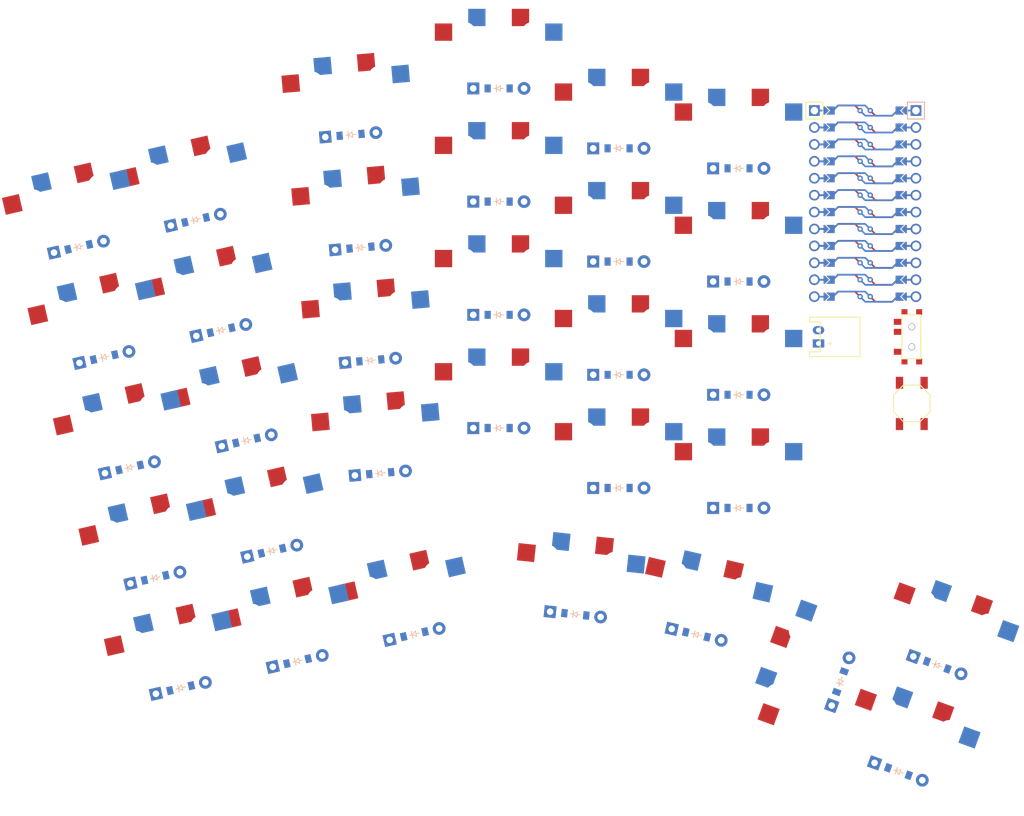
<source format=kicad_pcb>
(kicad_pcb (version 20171130) (host pcbnew 5.1.6)
  (title_block (title hilltop) (rev v1.0.0) (company Unknown))
  (layers (0 F.Cu signal) (31 B.Cu signal) (34 B.Paste user) (35 F.Paste user) (36 B.SilkS user) (37 F.SilkS user) (38 B.Mask user) (39 F.Mask user) (44 Edge.Cuts user))
  (net 0 "")
  (net 1 "{{row_net}}")
  (net 2 "{{column_net}}")
  (net 3 "{{colrow}}")
  (net 4 "RAW")
  (net 5 "GND")
  (net 6 "RST")
  (net 7 "VCC")
  (net 8 "P21")
  (net 9 "P20")
  (net 10 "P19")
  (net 11 "P18")
  (net 12 "P15")
  (net 13 "P14")
  (net 14 "P16")
  (net 15 "P10")
  (net 16 "P1")
  (net 17 "P0")
  (net 18 "P2")
  (net 19 "P3")
  (net 20 "P4")
  (net 21 "P5")
  (net 22 "P6")
  (net 23 "P7")
  (net 24 "P8")
  (net 25 "P9")
  (net 26 "BAT")
  (module PG1350 (layer F.Cu) (at 0 0 13)
    (fp_text reference "S1" hide)
    (fp_text value "" hide)
    (pad "" np_thru_hole circle (at 0 0) (size 3.429 3.429) (drill 3.429) (layers *.Cu *.Mask))
    (pad "" np_thru_hole circle (at 5.5 0) (size 1.7018 1.7018) (drill 1.7018) (layers *.Cu *.Mask))
    (pad "" np_thru_hole circle (at -5.5 0) (size 1.7018 1.7018) (drill 1.7018) (layers *.Cu *.Mask))
    (pad "" np_thru_hole circle (at 5 -3.75) (size 3 3) (drill 3) (layers *.Cu *.Mask))
    (pad "" np_thru_hole circle (at 0 -5.95) (size 3 3) (drill 3) (layers *.Cu *.Mask))
    (pad 1 smd rect (at -3.275 -5.95 13) (size 2.6 2.6) (layers B.Cu B.Paste B.Mask) (net 1 "{{row_net}}"))
    (pad 2 smd rect (at 8.275 -3.75 13) (size 2.6 2.6) (layers B.Cu B.Paste B.Mask) (net 2 "{{column_net}}"))
    (pad "" np_thru_hole circle (at -5 -3.75) (size 3 3) (drill 3) (layers *.Cu *.Mask))
    (pad "" np_thru_hole circle (at 0 -5.95) (size 3 3) (drill 3) (layers *.Cu *.Mask))
    (pad 1 smd rect (at 3.275 -5.95 13) (size 2.6 2.6) (layers F.Cu F.Paste F.Mask) (net 1 "{{row_net}}"))
    (pad 2 smd rect (at -8.275 -3.75 13) (size 2.6 2.6) (layers F.Cu F.Paste F.Mask) (net 2 "{{column_net}}"))
  )
  (module PG1350 (layer F.Cu) (at -3.8241679 -16.5642911 13)
    (fp_text reference "S2" hide)
    (fp_text value "" hide)
    (pad "" np_thru_hole circle (at 0 0) (size 3.429 3.429) (drill 3.429) (layers *.Cu *.Mask))
    (pad "" np_thru_hole circle (at 5.5 0) (size 1.7018 1.7018) (drill 1.7018) (layers *.Cu *.Mask))
    (pad "" np_thru_hole circle (at -5.5 0) (size 1.7018 1.7018) (drill 1.7018) (layers *.Cu *.Mask))
    (pad "" np_thru_hole circle (at 5 -3.75) (size 3 3) (drill 3) (layers *.Cu *.Mask))
    (pad "" np_thru_hole circle (at 0 -5.95) (size 3 3) (drill 3) (layers *.Cu *.Mask))
    (pad 1 smd rect (at -3.275 -5.95 13) (size 2.6 2.6) (layers B.Cu B.Paste B.Mask) (net 1 "{{row_net}}"))
    (pad 2 smd rect (at 8.275 -3.75 13) (size 2.6 2.6) (layers B.Cu B.Paste B.Mask) (net 2 "{{column_net}}"))
    (pad "" np_thru_hole circle (at -5 -3.75) (size 3 3) (drill 3) (layers *.Cu *.Mask))
    (pad "" np_thru_hole circle (at 0 -5.95) (size 3 3) (drill 3) (layers *.Cu *.Mask))
    (pad 1 smd rect (at 3.275 -5.95 13) (size 2.6 2.6) (layers F.Cu F.Paste F.Mask) (net 1 "{{row_net}}"))
    (pad 2 smd rect (at -8.275 -3.75 13) (size 2.6 2.6) (layers F.Cu F.Paste F.Mask) (net 2 "{{column_net}}"))
  )
  (module PG1350 (layer F.Cu) (at -7.6483358 -33.1285822 13)
    (fp_text reference "S3" hide)
    (fp_text value "" hide)
    (pad "" np_thru_hole circle (at 0 0) (size 3.429 3.429) (drill 3.429) (layers *.Cu *.Mask))
    (pad "" np_thru_hole circle (at 5.5 0) (size 1.7018 1.7018) (drill 1.7018) (layers *.Cu *.Mask))
    (pad "" np_thru_hole circle (at -5.5 0) (size 1.7018 1.7018) (drill 1.7018) (layers *.Cu *.Mask))
    (pad "" np_thru_hole circle (at 5 -3.75) (size 3 3) (drill 3) (layers *.Cu *.Mask))
    (pad "" np_thru_hole circle (at 0 -5.95) (size 3 3) (drill 3) (layers *.Cu *.Mask))
    (pad 1 smd rect (at -3.275 -5.95 13) (size 2.6 2.6) (layers B.Cu B.Paste B.Mask) (net 1 "{{row_net}}"))
    (pad 2 smd rect (at 8.275 -3.75 13) (size 2.6 2.6) (layers B.Cu B.Paste B.Mask) (net 2 "{{column_net}}"))
    (pad "" np_thru_hole circle (at -5 -3.75) (size 3 3) (drill 3) (layers *.Cu *.Mask))
    (pad "" np_thru_hole circle (at 0 -5.95) (size 3 3) (drill 3) (layers *.Cu *.Mask))
    (pad 1 smd rect (at 3.275 -5.95 13) (size 2.6 2.6) (layers F.Cu F.Paste F.Mask) (net 1 "{{row_net}}"))
    (pad 2 smd rect (at -8.275 -3.75 13) (size 2.6 2.6) (layers F.Cu F.Paste F.Mask) (net 2 "{{column_net}}"))
  )
  (module PG1350 (layer F.Cu) (at -11.4725037 -49.692873299999995 13)
    (fp_text reference "S4" hide)
    (fp_text value "" hide)
    (pad "" np_thru_hole circle (at 0 0) (size 3.429 3.429) (drill 3.429) (layers *.Cu *.Mask))
    (pad "" np_thru_hole circle (at 5.5 0) (size 1.7018 1.7018) (drill 1.7018) (layers *.Cu *.Mask))
    (pad "" np_thru_hole circle (at -5.5 0) (size 1.7018 1.7018) (drill 1.7018) (layers *.Cu *.Mask))
    (pad "" np_thru_hole circle (at 5 -3.75) (size 3 3) (drill 3) (layers *.Cu *.Mask))
    (pad "" np_thru_hole circle (at 0 -5.95) (size 3 3) (drill 3) (layers *.Cu *.Mask))
    (pad 1 smd rect (at -3.275 -5.95 13) (size 2.6 2.6) (layers B.Cu B.Paste B.Mask) (net 1 "{{row_net}}"))
    (pad 2 smd rect (at 8.275 -3.75 13) (size 2.6 2.6) (layers B.Cu B.Paste B.Mask) (net 2 "{{column_net}}"))
    (pad "" np_thru_hole circle (at -5 -3.75) (size 3 3) (drill 3) (layers *.Cu *.Mask))
    (pad "" np_thru_hole circle (at 0 -5.95) (size 3 3) (drill 3) (layers *.Cu *.Mask))
    (pad 1 smd rect (at 3.275 -5.95 13) (size 2.6 2.6) (layers F.Cu F.Paste F.Mask) (net 1 "{{row_net}}"))
    (pad 2 smd rect (at -8.275 -3.75 13) (size 2.6 2.6) (layers F.Cu F.Paste F.Mask) (net 2 "{{column_net}}"))
  )
  (module PG1350 (layer F.Cu) (at 17.5386612 -4.049119 13)
    (fp_text reference "S5" hide)
    (fp_text value "" hide)
    (pad "" np_thru_hole circle (at 0 0) (size 3.429 3.429) (drill 3.429) (layers *.Cu *.Mask))
    (pad "" np_thru_hole circle (at 5.5 0) (size 1.7018 1.7018) (drill 1.7018) (layers *.Cu *.Mask))
    (pad "" np_thru_hole circle (at -5.5 0) (size 1.7018 1.7018) (drill 1.7018) (layers *.Cu *.Mask))
    (pad "" np_thru_hole circle (at 5 -3.75) (size 3 3) (drill 3) (layers *.Cu *.Mask))
    (pad "" np_thru_hole circle (at 0 -5.95) (size 3 3) (drill 3) (layers *.Cu *.Mask))
    (pad 1 smd rect (at -3.275 -5.95 13) (size 2.6 2.6) (layers B.Cu B.Paste B.Mask) (net 1 "{{row_net}}"))
    (pad 2 smd rect (at 8.275 -3.75 13) (size 2.6 2.6) (layers B.Cu B.Paste B.Mask) (net 2 "{{column_net}}"))
    (pad "" np_thru_hole circle (at -5 -3.75) (size 3 3) (drill 3) (layers *.Cu *.Mask))
    (pad "" np_thru_hole circle (at 0 -5.95) (size 3 3) (drill 3) (layers *.Cu *.Mask))
    (pad 1 smd rect (at 3.275 -5.95 13) (size 2.6 2.6) (layers F.Cu F.Paste F.Mask) (net 1 "{{row_net}}"))
    (pad 2 smd rect (at -8.275 -3.75 13) (size 2.6 2.6) (layers F.Cu F.Paste F.Mask) (net 2 "{{column_net}}"))
  )
  (module PG1350 (layer F.Cu) (at 13.7144933 -20.6134101 13)
    (fp_text reference "S6" hide)
    (fp_text value "" hide)
    (pad "" np_thru_hole circle (at 0 0) (size 3.429 3.429) (drill 3.429) (layers *.Cu *.Mask))
    (pad "" np_thru_hole circle (at 5.5 0) (size 1.7018 1.7018) (drill 1.7018) (layers *.Cu *.Mask))
    (pad "" np_thru_hole circle (at -5.5 0) (size 1.7018 1.7018) (drill 1.7018) (layers *.Cu *.Mask))
    (pad "" np_thru_hole circle (at 5 -3.75) (size 3 3) (drill 3) (layers *.Cu *.Mask))
    (pad "" np_thru_hole circle (at 0 -5.95) (size 3 3) (drill 3) (layers *.Cu *.Mask))
    (pad 1 smd rect (at -3.275 -5.95 13) (size 2.6 2.6) (layers B.Cu B.Paste B.Mask) (net 1 "{{row_net}}"))
    (pad 2 smd rect (at 8.275 -3.75 13) (size 2.6 2.6) (layers B.Cu B.Paste B.Mask) (net 2 "{{column_net}}"))
    (pad "" np_thru_hole circle (at -5 -3.75) (size 3 3) (drill 3) (layers *.Cu *.Mask))
    (pad "" np_thru_hole circle (at 0 -5.95) (size 3 3) (drill 3) (layers *.Cu *.Mask))
    (pad 1 smd rect (at 3.275 -5.95 13) (size 2.6 2.6) (layers F.Cu F.Paste F.Mask) (net 1 "{{row_net}}"))
    (pad 2 smd rect (at -8.275 -3.75 13) (size 2.6 2.6) (layers F.Cu F.Paste F.Mask) (net 2 "{{column_net}}"))
  )
  (module PG1350 (layer F.Cu) (at 9.890325400000002 -37.1777012 13)
    (fp_text reference "S7" hide)
    (fp_text value "" hide)
    (pad "" np_thru_hole circle (at 0 0) (size 3.429 3.429) (drill 3.429) (layers *.Cu *.Mask))
    (pad "" np_thru_hole circle (at 5.5 0) (size 1.7018 1.7018) (drill 1.7018) (layers *.Cu *.Mask))
    (pad "" np_thru_hole circle (at -5.5 0) (size 1.7018 1.7018) (drill 1.7018) (layers *.Cu *.Mask))
    (pad "" np_thru_hole circle (at 5 -3.75) (size 3 3) (drill 3) (layers *.Cu *.Mask))
    (pad "" np_thru_hole circle (at 0 -5.95) (size 3 3) (drill 3) (layers *.Cu *.Mask))
    (pad 1 smd rect (at -3.275 -5.95 13) (size 2.6 2.6) (layers B.Cu B.Paste B.Mask) (net 1 "{{row_net}}"))
    (pad 2 smd rect (at 8.275 -3.75 13) (size 2.6 2.6) (layers B.Cu B.Paste B.Mask) (net 2 "{{column_net}}"))
    (pad "" np_thru_hole circle (at -5 -3.75) (size 3 3) (drill 3) (layers *.Cu *.Mask))
    (pad "" np_thru_hole circle (at 0 -5.95) (size 3 3) (drill 3) (layers *.Cu *.Mask))
    (pad 1 smd rect (at 3.275 -5.95 13) (size 2.6 2.6) (layers F.Cu F.Paste F.Mask) (net 1 "{{row_net}}"))
    (pad 2 smd rect (at -8.275 -3.75 13) (size 2.6 2.6) (layers F.Cu F.Paste F.Mask) (net 2 "{{column_net}}"))
  )
  (module PG1350 (layer F.Cu) (at 6.066157500000002 -53.7419923 13)
    (fp_text reference "S8" hide)
    (fp_text value "" hide)
    (pad "" np_thru_hole circle (at 0 0) (size 3.429 3.429) (drill 3.429) (layers *.Cu *.Mask))
    (pad "" np_thru_hole circle (at 5.5 0) (size 1.7018 1.7018) (drill 1.7018) (layers *.Cu *.Mask))
    (pad "" np_thru_hole circle (at -5.5 0) (size 1.7018 1.7018) (drill 1.7018) (layers *.Cu *.Mask))
    (pad "" np_thru_hole circle (at 5 -3.75) (size 3 3) (drill 3) (layers *.Cu *.Mask))
    (pad "" np_thru_hole circle (at 0 -5.95) (size 3 3) (drill 3) (layers *.Cu *.Mask))
    (pad 1 smd rect (at -3.275 -5.95 13) (size 2.6 2.6) (layers B.Cu B.Paste B.Mask) (net 1 "{{row_net}}"))
    (pad 2 smd rect (at 8.275 -3.75 13) (size 2.6 2.6) (layers B.Cu B.Paste B.Mask) (net 2 "{{column_net}}"))
    (pad "" np_thru_hole circle (at -5 -3.75) (size 3 3) (drill 3) (layers *.Cu *.Mask))
    (pad "" np_thru_hole circle (at 0 -5.95) (size 3 3) (drill 3) (layers *.Cu *.Mask))
    (pad 1 smd rect (at 3.275 -5.95 13) (size 2.6 2.6) (layers F.Cu F.Paste F.Mask) (net 1 "{{row_net}}"))
    (pad 2 smd rect (at -8.275 -3.75 13) (size 2.6 2.6) (layers F.Cu F.Paste F.Mask) (net 2 "{{column_net}}"))
  )
  (module PG1350 (layer F.Cu) (at 34.420444599999996 -15.8129201 5)
    (fp_text reference "S9" hide)
    (fp_text value "" hide)
    (pad "" np_thru_hole circle (at 0 0) (size 3.429 3.429) (drill 3.429) (layers *.Cu *.Mask))
    (pad "" np_thru_hole circle (at 5.5 0) (size 1.7018 1.7018) (drill 1.7018) (layers *.Cu *.Mask))
    (pad "" np_thru_hole circle (at -5.5 0) (size 1.7018 1.7018) (drill 1.7018) (layers *.Cu *.Mask))
    (pad "" np_thru_hole circle (at 5 -3.75) (size 3 3) (drill 3) (layers *.Cu *.Mask))
    (pad "" np_thru_hole circle (at 0 -5.95) (size 3 3) (drill 3) (layers *.Cu *.Mask))
    (pad 1 smd rect (at -3.275 -5.95 5) (size 2.6 2.6) (layers B.Cu B.Paste B.Mask) (net 1 "{{row_net}}"))
    (pad 2 smd rect (at 8.275 -3.75 5) (size 2.6 2.6) (layers B.Cu B.Paste B.Mask) (net 2 "{{column_net}}"))
    (pad "" np_thru_hole circle (at -5 -3.75) (size 3 3) (drill 3) (layers *.Cu *.Mask))
    (pad "" np_thru_hole circle (at 0 -5.95) (size 3 3) (drill 3) (layers *.Cu *.Mask))
    (pad 1 smd rect (at 3.275 -5.95 5) (size 2.6 2.6) (layers F.Cu F.Paste F.Mask) (net 1 "{{row_net}}"))
    (pad 2 smd rect (at -8.275 -3.75 5) (size 2.6 2.6) (layers F.Cu F.Paste F.Mask) (net 2 "{{column_net}}"))
  )
  (module PG1350 (layer F.Cu) (at 32.938796999999994 -32.74823 5)
    (fp_text reference "S10" hide)
    (fp_text value "" hide)
    (pad "" np_thru_hole circle (at 0 0) (size 3.429 3.429) (drill 3.429) (layers *.Cu *.Mask))
    (pad "" np_thru_hole circle (at 5.5 0) (size 1.7018 1.7018) (drill 1.7018) (layers *.Cu *.Mask))
    (pad "" np_thru_hole circle (at -5.5 0) (size 1.7018 1.7018) (drill 1.7018) (layers *.Cu *.Mask))
    (pad "" np_thru_hole circle (at 5 -3.75) (size 3 3) (drill 3) (layers *.Cu *.Mask))
    (pad "" np_thru_hole circle (at 0 -5.95) (size 3 3) (drill 3) (layers *.Cu *.Mask))
    (pad 1 smd rect (at -3.275 -5.95 5) (size 2.6 2.6) (layers B.Cu B.Paste B.Mask) (net 1 "{{row_net}}"))
    (pad 2 smd rect (at 8.275 -3.75 5) (size 2.6 2.6) (layers B.Cu B.Paste B.Mask) (net 2 "{{column_net}}"))
    (pad "" np_thru_hole circle (at -5 -3.75) (size 3 3) (drill 3) (layers *.Cu *.Mask))
    (pad "" np_thru_hole circle (at 0 -5.95) (size 3 3) (drill 3) (layers *.Cu *.Mask))
    (pad 1 smd rect (at 3.275 -5.95 5) (size 2.6 2.6) (layers F.Cu F.Paste F.Mask) (net 1 "{{row_net}}"))
    (pad 2 smd rect (at -8.275 -3.75 5) (size 2.6 2.6) (layers F.Cu F.Paste F.Mask) (net 2 "{{column_net}}"))
  )
  (module PG1350 (layer F.Cu) (at 31.457149399999995 -49.6835399 5)
    (fp_text reference "S11" hide)
    (fp_text value "" hide)
    (pad "" np_thru_hole circle (at 0 0) (size 3.429 3.429) (drill 3.429) (layers *.Cu *.Mask))
    (pad "" np_thru_hole circle (at 5.5 0) (size 1.7018 1.7018) (drill 1.7018) (layers *.Cu *.Mask))
    (pad "" np_thru_hole circle (at -5.5 0) (size 1.7018 1.7018) (drill 1.7018) (layers *.Cu *.Mask))
    (pad "" np_thru_hole circle (at 5 -3.75) (size 3 3) (drill 3) (layers *.Cu *.Mask))
    (pad "" np_thru_hole circle (at 0 -5.95) (size 3 3) (drill 3) (layers *.Cu *.Mask))
    (pad 1 smd rect (at -3.275 -5.95 5) (size 2.6 2.6) (layers B.Cu B.Paste B.Mask) (net 1 "{{row_net}}"))
    (pad 2 smd rect (at 8.275 -3.75 5) (size 2.6 2.6) (layers B.Cu B.Paste B.Mask) (net 2 "{{column_net}}"))
    (pad "" np_thru_hole circle (at -5 -3.75) (size 3 3) (drill 3) (layers *.Cu *.Mask))
    (pad "" np_thru_hole circle (at 0 -5.95) (size 3 3) (drill 3) (layers *.Cu *.Mask))
    (pad 1 smd rect (at 3.275 -5.95 5) (size 2.6 2.6) (layers F.Cu F.Paste F.Mask) (net 1 "{{row_net}}"))
    (pad 2 smd rect (at -8.275 -3.75 5) (size 2.6 2.6) (layers F.Cu F.Paste F.Mask) (net 2 "{{column_net}}"))
  )
  (module PG1350 (layer F.Cu) (at 29.975501799999996 -66.61884979999999 5)
    (fp_text reference "S12" hide)
    (fp_text value "" hide)
    (pad "" np_thru_hole circle (at 0 0) (size 3.429 3.429) (drill 3.429) (layers *.Cu *.Mask))
    (pad "" np_thru_hole circle (at 5.5 0) (size 1.7018 1.7018) (drill 1.7018) (layers *.Cu *.Mask))
    (pad "" np_thru_hole circle (at -5.5 0) (size 1.7018 1.7018) (drill 1.7018) (layers *.Cu *.Mask))
    (pad "" np_thru_hole circle (at 5 -3.75) (size 3 3) (drill 3) (layers *.Cu *.Mask))
    (pad "" np_thru_hole circle (at 0 -5.95) (size 3 3) (drill 3) (layers *.Cu *.Mask))
    (pad 1 smd rect (at -3.275 -5.95 5) (size 2.6 2.6) (layers B.Cu B.Paste B.Mask) (net 1 "{{row_net}}"))
    (pad 2 smd rect (at 8.275 -3.75 5) (size 2.6 2.6) (layers B.Cu B.Paste B.Mask) (net 2 "{{column_net}}"))
    (pad "" np_thru_hole circle (at -5 -3.75) (size 3 3) (drill 3) (layers *.Cu *.Mask))
    (pad "" np_thru_hole circle (at 0 -5.95) (size 3 3) (drill 3) (layers *.Cu *.Mask))
    (pad 1 smd rect (at 3.275 -5.95 5) (size 2.6 2.6) (layers F.Cu F.Paste F.Mask) (net 1 "{{row_net}}"))
    (pad 2 smd rect (at -8.275 -3.75 5) (size 2.6 2.6) (layers F.Cu F.Paste F.Mask) (net 2 "{{column_net}}"))
  )
  (module PG1350 (layer F.Cu) (at 52.6040863 -22.606835099999998 0)
    (fp_text reference "S13" hide)
    (fp_text value "" hide)
    (pad "" np_thru_hole circle (at 0 0) (size 3.429 3.429) (drill 3.429) (layers *.Cu *.Mask))
    (pad "" np_thru_hole circle (at 5.5 0) (size 1.7018 1.7018) (drill 1.7018) (layers *.Cu *.Mask))
    (pad "" np_thru_hole circle (at -5.5 0) (size 1.7018 1.7018) (drill 1.7018) (layers *.Cu *.Mask))
    (pad "" np_thru_hole circle (at 5 -3.75) (size 3 3) (drill 3) (layers *.Cu *.Mask))
    (pad "" np_thru_hole circle (at 0 -5.95) (size 3 3) (drill 3) (layers *.Cu *.Mask))
    (pad 1 smd rect (at -3.275 -5.95 0) (size 2.6 2.6) (layers B.Cu B.Paste B.Mask) (net 1 "{{row_net}}"))
    (pad 2 smd rect (at 8.275 -3.75 0) (size 2.6 2.6) (layers B.Cu B.Paste B.Mask) (net 2 "{{column_net}}"))
    (pad "" np_thru_hole circle (at -5 -3.75) (size 3 3) (drill 3) (layers *.Cu *.Mask))
    (pad "" np_thru_hole circle (at 0 -5.95) (size 3 3) (drill 3) (layers *.Cu *.Mask))
    (pad 1 smd rect (at 3.275 -5.95 0) (size 2.6 2.6) (layers F.Cu F.Paste F.Mask) (net 1 "{{row_net}}"))
    (pad 2 smd rect (at -8.275 -3.75 0) (size 2.6 2.6) (layers F.Cu F.Paste F.Mask) (net 2 "{{column_net}}"))
  )
  (module PG1350 (layer F.Cu) (at 52.6040863 -39.6068351 0)
    (fp_text reference "S14" hide)
    (fp_text value "" hide)
    (pad "" np_thru_hole circle (at 0 0) (size 3.429 3.429) (drill 3.429) (layers *.Cu *.Mask))
    (pad "" np_thru_hole circle (at 5.5 0) (size 1.7018 1.7018) (drill 1.7018) (layers *.Cu *.Mask))
    (pad "" np_thru_hole circle (at -5.5 0) (size 1.7018 1.7018) (drill 1.7018) (layers *.Cu *.Mask))
    (pad "" np_thru_hole circle (at 5 -3.75) (size 3 3) (drill 3) (layers *.Cu *.Mask))
    (pad "" np_thru_hole circle (at 0 -5.95) (size 3 3) (drill 3) (layers *.Cu *.Mask))
    (pad 1 smd rect (at -3.275 -5.95 0) (size 2.6 2.6) (layers B.Cu B.Paste B.Mask) (net 1 "{{row_net}}"))
    (pad 2 smd rect (at 8.275 -3.75 0) (size 2.6 2.6) (layers B.Cu B.Paste B.Mask) (net 2 "{{column_net}}"))
    (pad "" np_thru_hole circle (at -5 -3.75) (size 3 3) (drill 3) (layers *.Cu *.Mask))
    (pad "" np_thru_hole circle (at 0 -5.95) (size 3 3) (drill 3) (layers *.Cu *.Mask))
    (pad 1 smd rect (at 3.275 -5.95 0) (size 2.6 2.6) (layers F.Cu F.Paste F.Mask) (net 1 "{{row_net}}"))
    (pad 2 smd rect (at -8.275 -3.75 0) (size 2.6 2.6) (layers F.Cu F.Paste F.Mask) (net 2 "{{column_net}}"))
  )
  (module PG1350 (layer F.Cu) (at 52.6040863 -56.6068351 0)
    (fp_text reference "S15" hide)
    (fp_text value "" hide)
    (pad "" np_thru_hole circle (at 0 0) (size 3.429 3.429) (drill 3.429) (layers *.Cu *.Mask))
    (pad "" np_thru_hole circle (at 5.5 0) (size 1.7018 1.7018) (drill 1.7018) (layers *.Cu *.Mask))
    (pad "" np_thru_hole circle (at -5.5 0) (size 1.7018 1.7018) (drill 1.7018) (layers *.Cu *.Mask))
    (pad "" np_thru_hole circle (at 5 -3.75) (size 3 3) (drill 3) (layers *.Cu *.Mask))
    (pad "" np_thru_hole circle (at 0 -5.95) (size 3 3) (drill 3) (layers *.Cu *.Mask))
    (pad 1 smd rect (at -3.275 -5.95 0) (size 2.6 2.6) (layers B.Cu B.Paste B.Mask) (net 1 "{{row_net}}"))
    (pad 2 smd rect (at 8.275 -3.75 0) (size 2.6 2.6) (layers B.Cu B.Paste B.Mask) (net 2 "{{column_net}}"))
    (pad "" np_thru_hole circle (at -5 -3.75) (size 3 3) (drill 3) (layers *.Cu *.Mask))
    (pad "" np_thru_hole circle (at 0 -5.95) (size 3 3) (drill 3) (layers *.Cu *.Mask))
    (pad 1 smd rect (at 3.275 -5.95 0) (size 2.6 2.6) (layers F.Cu F.Paste F.Mask) (net 1 "{{row_net}}"))
    (pad 2 smd rect (at -8.275 -3.75 0) (size 2.6 2.6) (layers F.Cu F.Paste F.Mask) (net 2 "{{column_net}}"))
  )
  (module PG1350 (layer F.Cu) (at 52.6040863 -73.6068351 0)
    (fp_text reference "S16" hide)
    (fp_text value "" hide)
    (pad "" np_thru_hole circle (at 0 0) (size 3.429 3.429) (drill 3.429) (layers *.Cu *.Mask))
    (pad "" np_thru_hole circle (at 5.5 0) (size 1.7018 1.7018) (drill 1.7018) (layers *.Cu *.Mask))
    (pad "" np_thru_hole circle (at -5.5 0) (size 1.7018 1.7018) (drill 1.7018) (layers *.Cu *.Mask))
    (pad "" np_thru_hole circle (at 5 -3.75) (size 3 3) (drill 3) (layers *.Cu *.Mask))
    (pad "" np_thru_hole circle (at 0 -5.95) (size 3 3) (drill 3) (layers *.Cu *.Mask))
    (pad 1 smd rect (at -3.275 -5.95 0) (size 2.6 2.6) (layers B.Cu B.Paste B.Mask) (net 1 "{{row_net}}"))
    (pad 2 smd rect (at 8.275 -3.75 0) (size 2.6 2.6) (layers B.Cu B.Paste B.Mask) (net 2 "{{column_net}}"))
    (pad "" np_thru_hole circle (at -5 -3.75) (size 3 3) (drill 3) (layers *.Cu *.Mask))
    (pad "" np_thru_hole circle (at 0 -5.95) (size 3 3) (drill 3) (layers *.Cu *.Mask))
    (pad 1 smd rect (at 3.275 -5.95 0) (size 2.6 2.6) (layers F.Cu F.Paste F.Mask) (net 1 "{{row_net}}"))
    (pad 2 smd rect (at -8.275 -3.75 0) (size 2.6 2.6) (layers F.Cu F.Paste F.Mask) (net 2 "{{column_net}}"))
  )
  (module PG1350 (layer F.Cu) (at 70.6040863 -13.6068351 0)
    (fp_text reference "S17" hide)
    (fp_text value "" hide)
    (pad "" np_thru_hole circle (at 0 0) (size 3.429 3.429) (drill 3.429) (layers *.Cu *.Mask))
    (pad "" np_thru_hole circle (at 5.5 0) (size 1.7018 1.7018) (drill 1.7018) (layers *.Cu *.Mask))
    (pad "" np_thru_hole circle (at -5.5 0) (size 1.7018 1.7018) (drill 1.7018) (layers *.Cu *.Mask))
    (pad "" np_thru_hole circle (at 5 -3.75) (size 3 3) (drill 3) (layers *.Cu *.Mask))
    (pad "" np_thru_hole circle (at 0 -5.95) (size 3 3) (drill 3) (layers *.Cu *.Mask))
    (pad 1 smd rect (at -3.275 -5.95 0) (size 2.6 2.6) (layers B.Cu B.Paste B.Mask) (net 1 "{{row_net}}"))
    (pad 2 smd rect (at 8.275 -3.75 0) (size 2.6 2.6) (layers B.Cu B.Paste B.Mask) (net 2 "{{column_net}}"))
    (pad "" np_thru_hole circle (at -5 -3.75) (size 3 3) (drill 3) (layers *.Cu *.Mask))
    (pad "" np_thru_hole circle (at 0 -5.95) (size 3 3) (drill 3) (layers *.Cu *.Mask))
    (pad 1 smd rect (at 3.275 -5.95 0) (size 2.6 2.6) (layers F.Cu F.Paste F.Mask) (net 1 "{{row_net}}"))
    (pad 2 smd rect (at -8.275 -3.75 0) (size 2.6 2.6) (layers F.Cu F.Paste F.Mask) (net 2 "{{column_net}}"))
  )
  (module PG1350 (layer F.Cu) (at 70.6040863 -30.606835099999998 0)
    (fp_text reference "S18" hide)
    (fp_text value "" hide)
    (pad "" np_thru_hole circle (at 0 0) (size 3.429 3.429) (drill 3.429) (layers *.Cu *.Mask))
    (pad "" np_thru_hole circle (at 5.5 0) (size 1.7018 1.7018) (drill 1.7018) (layers *.Cu *.Mask))
    (pad "" np_thru_hole circle (at -5.5 0) (size 1.7018 1.7018) (drill 1.7018) (layers *.Cu *.Mask))
    (pad "" np_thru_hole circle (at 5 -3.75) (size 3 3) (drill 3) (layers *.Cu *.Mask))
    (pad "" np_thru_hole circle (at 0 -5.95) (size 3 3) (drill 3) (layers *.Cu *.Mask))
    (pad 1 smd rect (at -3.275 -5.95 0) (size 2.6 2.6) (layers B.Cu B.Paste B.Mask) (net 1 "{{row_net}}"))
    (pad 2 smd rect (at 8.275 -3.75 0) (size 2.6 2.6) (layers B.Cu B.Paste B.Mask) (net 2 "{{column_net}}"))
    (pad "" np_thru_hole circle (at -5 -3.75) (size 3 3) (drill 3) (layers *.Cu *.Mask))
    (pad "" np_thru_hole circle (at 0 -5.95) (size 3 3) (drill 3) (layers *.Cu *.Mask))
    (pad 1 smd rect (at 3.275 -5.95 0) (size 2.6 2.6) (layers F.Cu F.Paste F.Mask) (net 1 "{{row_net}}"))
    (pad 2 smd rect (at -8.275 -3.75 0) (size 2.6 2.6) (layers F.Cu F.Paste F.Mask) (net 2 "{{column_net}}"))
  )
  (module PG1350 (layer F.Cu) (at 70.6040863 -47.6068351 0)
    (fp_text reference "S19" hide)
    (fp_text value "" hide)
    (pad "" np_thru_hole circle (at 0 0) (size 3.429 3.429) (drill 3.429) (layers *.Cu *.Mask))
    (pad "" np_thru_hole circle (at 5.5 0) (size 1.7018 1.7018) (drill 1.7018) (layers *.Cu *.Mask))
    (pad "" np_thru_hole circle (at -5.5 0) (size 1.7018 1.7018) (drill 1.7018) (layers *.Cu *.Mask))
    (pad "" np_thru_hole circle (at 5 -3.75) (size 3 3) (drill 3) (layers *.Cu *.Mask))
    (pad "" np_thru_hole circle (at 0 -5.95) (size 3 3) (drill 3) (layers *.Cu *.Mask))
    (pad 1 smd rect (at -3.275 -5.95 0) (size 2.6 2.6) (layers B.Cu B.Paste B.Mask) (net 1 "{{row_net}}"))
    (pad 2 smd rect (at 8.275 -3.75 0) (size 2.6 2.6) (layers B.Cu B.Paste B.Mask) (net 2 "{{column_net}}"))
    (pad "" np_thru_hole circle (at -5 -3.75) (size 3 3) (drill 3) (layers *.Cu *.Mask))
    (pad "" np_thru_hole circle (at 0 -5.95) (size 3 3) (drill 3) (layers *.Cu *.Mask))
    (pad 1 smd rect (at 3.275 -5.95 0) (size 2.6 2.6) (layers F.Cu F.Paste F.Mask) (net 1 "{{row_net}}"))
    (pad 2 smd rect (at -8.275 -3.75 0) (size 2.6 2.6) (layers F.Cu F.Paste F.Mask) (net 2 "{{column_net}}"))
  )
  (module PG1350 (layer F.Cu) (at 70.6040863 -64.6068351 0)
    (fp_text reference "S20" hide)
    (fp_text value "" hide)
    (pad "" np_thru_hole circle (at 0 0) (size 3.429 3.429) (drill 3.429) (layers *.Cu *.Mask))
    (pad "" np_thru_hole circle (at 5.5 0) (size 1.7018 1.7018) (drill 1.7018) (layers *.Cu *.Mask))
    (pad "" np_thru_hole circle (at -5.5 0) (size 1.7018 1.7018) (drill 1.7018) (layers *.Cu *.Mask))
    (pad "" np_thru_hole circle (at 5 -3.75) (size 3 3) (drill 3) (layers *.Cu *.Mask))
    (pad "" np_thru_hole circle (at 0 -5.95) (size 3 3) (drill 3) (layers *.Cu *.Mask))
    (pad 1 smd rect (at -3.275 -5.95 0) (size 2.6 2.6) (layers B.Cu B.Paste B.Mask) (net 1 "{{row_net}}"))
    (pad 2 smd rect (at 8.275 -3.75 0) (size 2.6 2.6) (layers B.Cu B.Paste B.Mask) (net 2 "{{column_net}}"))
    (pad "" np_thru_hole circle (at -5 -3.75) (size 3 3) (drill 3) (layers *.Cu *.Mask))
    (pad "" np_thru_hole circle (at 0 -5.95) (size 3 3) (drill 3) (layers *.Cu *.Mask))
    (pad 1 smd rect (at 3.275 -5.95 0) (size 2.6 2.6) (layers F.Cu F.Paste F.Mask) (net 1 "{{row_net}}"))
    (pad 2 smd rect (at -8.275 -3.75 0) (size 2.6 2.6) (layers F.Cu F.Paste F.Mask) (net 2 "{{column_net}}"))
  )
  (module PG1350 (layer F.Cu) (at 88.6040864 -10.606835 0)
    (fp_text reference "S21" hide)
    (fp_text value "" hide)
    (pad "" np_thru_hole circle (at 0 0) (size 3.429 3.429) (drill 3.429) (layers *.Cu *.Mask))
    (pad "" np_thru_hole circle (at 5.5 0) (size 1.7018 1.7018) (drill 1.7018) (layers *.Cu *.Mask))
    (pad "" np_thru_hole circle (at -5.5 0) (size 1.7018 1.7018) (drill 1.7018) (layers *.Cu *.Mask))
    (pad "" np_thru_hole circle (at 5 -3.75) (size 3 3) (drill 3) (layers *.Cu *.Mask))
    (pad "" np_thru_hole circle (at 0 -5.95) (size 3 3) (drill 3) (layers *.Cu *.Mask))
    (pad 1 smd rect (at -3.275 -5.95 0) (size 2.6 2.6) (layers B.Cu B.Paste B.Mask) (net 1 "{{row_net}}"))
    (pad 2 smd rect (at 8.275 -3.75 0) (size 2.6 2.6) (layers B.Cu B.Paste B.Mask) (net 2 "{{column_net}}"))
    (pad "" np_thru_hole circle (at -5 -3.75) (size 3 3) (drill 3) (layers *.Cu *.Mask))
    (pad "" np_thru_hole circle (at 0 -5.95) (size 3 3) (drill 3) (layers *.Cu *.Mask))
    (pad 1 smd rect (at 3.275 -5.95 0) (size 2.6 2.6) (layers F.Cu F.Paste F.Mask) (net 1 "{{row_net}}"))
    (pad 2 smd rect (at -8.275 -3.75 0) (size 2.6 2.6) (layers F.Cu F.Paste F.Mask) (net 2 "{{column_net}}"))
  )
  (module PG1350 (layer F.Cu) (at 88.6040864 -27.606835 0)
    (fp_text reference "S22" hide)
    (fp_text value "" hide)
    (pad "" np_thru_hole circle (at 0 0) (size 3.429 3.429) (drill 3.429) (layers *.Cu *.Mask))
    (pad "" np_thru_hole circle (at 5.5 0) (size 1.7018 1.7018) (drill 1.7018) (layers *.Cu *.Mask))
    (pad "" np_thru_hole circle (at -5.5 0) (size 1.7018 1.7018) (drill 1.7018) (layers *.Cu *.Mask))
    (pad "" np_thru_hole circle (at 5 -3.75) (size 3 3) (drill 3) (layers *.Cu *.Mask))
    (pad "" np_thru_hole circle (at 0 -5.95) (size 3 3) (drill 3) (layers *.Cu *.Mask))
    (pad 1 smd rect (at -3.275 -5.95 0) (size 2.6 2.6) (layers B.Cu B.Paste B.Mask) (net 1 "{{row_net}}"))
    (pad 2 smd rect (at 8.275 -3.75 0) (size 2.6 2.6) (layers B.Cu B.Paste B.Mask) (net 2 "{{column_net}}"))
    (pad "" np_thru_hole circle (at -5 -3.75) (size 3 3) (drill 3) (layers *.Cu *.Mask))
    (pad "" np_thru_hole circle (at 0 -5.95) (size 3 3) (drill 3) (layers *.Cu *.Mask))
    (pad 1 smd rect (at 3.275 -5.95 0) (size 2.6 2.6) (layers F.Cu F.Paste F.Mask) (net 1 "{{row_net}}"))
    (pad 2 smd rect (at -8.275 -3.75 0) (size 2.6 2.6) (layers F.Cu F.Paste F.Mask) (net 2 "{{column_net}}"))
  )
  (module PG1350 (layer F.Cu) (at 88.6040864 -44.606835000000004 0)
    (fp_text reference "S23" hide)
    (fp_text value "" hide)
    (pad "" np_thru_hole circle (at 0 0) (size 3.429 3.429) (drill 3.429) (layers *.Cu *.Mask))
    (pad "" np_thru_hole circle (at 5.5 0) (size 1.7018 1.7018) (drill 1.7018) (layers *.Cu *.Mask))
    (pad "" np_thru_hole circle (at -5.5 0) (size 1.7018 1.7018) (drill 1.7018) (layers *.Cu *.Mask))
    (pad "" np_thru_hole circle (at 5 -3.75) (size 3 3) (drill 3) (layers *.Cu *.Mask))
    (pad "" np_thru_hole circle (at 0 -5.95) (size 3 3) (drill 3) (layers *.Cu *.Mask))
    (pad 1 smd rect (at -3.275 -5.95 0) (size 2.6 2.6) (layers B.Cu B.Paste B.Mask) (net 1 "{{row_net}}"))
    (pad 2 smd rect (at 8.275 -3.75 0) (size 2.6 2.6) (layers B.Cu B.Paste B.Mask) (net 2 "{{column_net}}"))
    (pad "" np_thru_hole circle (at -5 -3.75) (size 3 3) (drill 3) (layers *.Cu *.Mask))
    (pad "" np_thru_hole circle (at 0 -5.95) (size 3 3) (drill 3) (layers *.Cu *.Mask))
    (pad 1 smd rect (at 3.275 -5.95 0) (size 2.6 2.6) (layers F.Cu F.Paste F.Mask) (net 1 "{{row_net}}"))
    (pad 2 smd rect (at -8.275 -3.75 0) (size 2.6 2.6) (layers F.Cu F.Paste F.Mask) (net 2 "{{column_net}}"))
  )
  (module PG1350 (layer F.Cu) (at 88.6040864 -61.606835000000004 0)
    (fp_text reference "S24" hide)
    (fp_text value "" hide)
    (pad "" np_thru_hole circle (at 0 0) (size 3.429 3.429) (drill 3.429) (layers *.Cu *.Mask))
    (pad "" np_thru_hole circle (at 5.5 0) (size 1.7018 1.7018) (drill 1.7018) (layers *.Cu *.Mask))
    (pad "" np_thru_hole circle (at -5.5 0) (size 1.7018 1.7018) (drill 1.7018) (layers *.Cu *.Mask))
    (pad "" np_thru_hole circle (at 5 -3.75) (size 3 3) (drill 3) (layers *.Cu *.Mask))
    (pad "" np_thru_hole circle (at 0 -5.95) (size 3 3) (drill 3) (layers *.Cu *.Mask))
    (pad 1 smd rect (at -3.275 -5.95 0) (size 2.6 2.6) (layers B.Cu B.Paste B.Mask) (net 1 "{{row_net}}"))
    (pad 2 smd rect (at 8.275 -3.75 0) (size 2.6 2.6) (layers B.Cu B.Paste B.Mask) (net 2 "{{column_net}}"))
    (pad "" np_thru_hole circle (at -5 -3.75) (size 3 3) (drill 3) (layers *.Cu *.Mask))
    (pad "" np_thru_hole circle (at 0 -5.95) (size 3 3) (drill 3) (layers *.Cu *.Mask))
    (pad 1 smd rect (at 3.275 -5.95 0) (size 2.6 2.6) (layers F.Cu F.Paste F.Mask) (net 1 "{{row_net}}"))
    (pad 2 smd rect (at -8.275 -3.75 0) (size 2.6 2.6) (layers F.Cu F.Paste F.Mask) (net 2 "{{column_net}}"))
  )
  (module PG1350 (layer F.Cu) (at 3.8241679 16.5642911 13)
    (fp_text reference "S25" hide)
    (fp_text value "" hide)
    (pad "" np_thru_hole circle (at 0 0) (size 3.429 3.429) (drill 3.429) (layers *.Cu *.Mask))
    (pad "" np_thru_hole circle (at 5.5 0) (size 1.7018 1.7018) (drill 1.7018) (layers *.Cu *.Mask))
    (pad "" np_thru_hole circle (at -5.5 0) (size 1.7018 1.7018) (drill 1.7018) (layers *.Cu *.Mask))
    (pad "" np_thru_hole circle (at 5 -3.75) (size 3 3) (drill 3) (layers *.Cu *.Mask))
    (pad "" np_thru_hole circle (at 0 -5.95) (size 3 3) (drill 3) (layers *.Cu *.Mask))
    (pad 1 smd rect (at -3.275 -5.95 13) (size 2.6 2.6) (layers B.Cu B.Paste B.Mask) (net 1 "{{row_net}}"))
    (pad 2 smd rect (at 8.275 -3.75 13) (size 2.6 2.6) (layers B.Cu B.Paste B.Mask) (net 2 "{{column_net}}"))
    (pad "" np_thru_hole circle (at -5 -3.75) (size 3 3) (drill 3) (layers *.Cu *.Mask))
    (pad "" np_thru_hole circle (at 0 -5.95) (size 3 3) (drill 3) (layers *.Cu *.Mask))
    (pad 1 smd rect (at 3.275 -5.95 13) (size 2.6 2.6) (layers F.Cu F.Paste F.Mask) (net 1 "{{row_net}}"))
    (pad 2 smd rect (at -8.275 -3.75 13) (size 2.6 2.6) (layers F.Cu F.Paste F.Mask) (net 2 "{{column_net}}"))
  )
  (module PG1350 (layer F.Cu) (at 21.3628291 12.515172099999997 13)
    (fp_text reference "S26" hide)
    (fp_text value "" hide)
    (pad "" np_thru_hole circle (at 0 0) (size 3.429 3.429) (drill 3.429) (layers *.Cu *.Mask))
    (pad "" np_thru_hole circle (at 5.5 0) (size 1.7018 1.7018) (drill 1.7018) (layers *.Cu *.Mask))
    (pad "" np_thru_hole circle (at -5.5 0) (size 1.7018 1.7018) (drill 1.7018) (layers *.Cu *.Mask))
    (pad "" np_thru_hole circle (at 5 -3.75) (size 3 3) (drill 3) (layers *.Cu *.Mask))
    (pad "" np_thru_hole circle (at 0 -5.95) (size 3 3) (drill 3) (layers *.Cu *.Mask))
    (pad 1 smd rect (at -3.275 -5.95 13) (size 2.6 2.6) (layers B.Cu B.Paste B.Mask) (net 1 "{{row_net}}"))
    (pad 2 smd rect (at 8.275 -3.75 13) (size 2.6 2.6) (layers B.Cu B.Paste B.Mask) (net 2 "{{column_net}}"))
    (pad "" np_thru_hole circle (at -5 -3.75) (size 3 3) (drill 3) (layers *.Cu *.Mask))
    (pad "" np_thru_hole circle (at 0 -5.95) (size 3 3) (drill 3) (layers *.Cu *.Mask))
    (pad 1 smd rect (at 3.275 -5.95 13) (size 2.6 2.6) (layers F.Cu F.Paste F.Mask) (net 1 "{{row_net}}"))
    (pad 2 smd rect (at -8.275 -3.75 13) (size 2.6 2.6) (layers F.Cu F.Paste F.Mask) (net 2 "{{column_net}}"))
  )
  (module PG1350 (layer F.Cu) (at 38.9014902 8.466053099999998 13)
    (fp_text reference "S27" hide)
    (fp_text value "" hide)
    (pad "" np_thru_hole circle (at 0 0) (size 3.429 3.429) (drill 3.429) (layers *.Cu *.Mask))
    (pad "" np_thru_hole circle (at 5.5 0) (size 1.7018 1.7018) (drill 1.7018) (layers *.Cu *.Mask))
    (pad "" np_thru_hole circle (at -5.5 0) (size 1.7018 1.7018) (drill 1.7018) (layers *.Cu *.Mask))
    (pad "" np_thru_hole circle (at 5 -3.75) (size 3 3) (drill 3) (layers *.Cu *.Mask))
    (pad "" np_thru_hole circle (at 0 -5.95) (size 3 3) (drill 3) (layers *.Cu *.Mask))
    (pad 1 smd rect (at -3.275 -5.95 13) (size 2.6 2.6) (layers B.Cu B.Paste B.Mask) (net 1 "{{row_net}}"))
    (pad 2 smd rect (at 8.275 -3.75 13) (size 2.6 2.6) (layers B.Cu B.Paste B.Mask) (net 2 "{{column_net}}"))
    (pad "" np_thru_hole circle (at -5 -3.75) (size 3 3) (drill 3) (layers *.Cu *.Mask))
    (pad "" np_thru_hole circle (at 0 -5.95) (size 3 3) (drill 3) (layers *.Cu *.Mask))
    (pad 1 smd rect (at 3.275 -5.95 13) (size 2.6 2.6) (layers F.Cu F.Paste F.Mask) (net 1 "{{row_net}}"))
    (pad 2 smd rect (at -8.275 -3.75 13) (size 2.6 2.6) (layers F.Cu F.Paste F.Mask) (net 2 "{{column_net}}"))
  )
  (module PG1350 (layer F.Cu) (at 64.6040863 5.393164900000002 -6)
    (fp_text reference "S28" hide)
    (fp_text value "" hide)
    (pad "" np_thru_hole circle (at 0 0) (size 3.429 3.429) (drill 3.429) (layers *.Cu *.Mask))
    (pad "" np_thru_hole circle (at 5.5 0) (size 1.7018 1.7018) (drill 1.7018) (layers *.Cu *.Mask))
    (pad "" np_thru_hole circle (at -5.5 0) (size 1.7018 1.7018) (drill 1.7018) (layers *.Cu *.Mask))
    (pad "" np_thru_hole circle (at 5 -3.75) (size 3 3) (drill 3) (layers *.Cu *.Mask))
    (pad "" np_thru_hole circle (at 0 -5.95) (size 3 3) (drill 3) (layers *.Cu *.Mask))
    (pad 1 smd rect (at -3.275 -5.95 -6) (size 2.6 2.6) (layers B.Cu B.Paste B.Mask) (net 1 "{{row_net}}"))
    (pad 2 smd rect (at 8.275 -3.75 -6) (size 2.6 2.6) (layers B.Cu B.Paste B.Mask) (net 2 "{{column_net}}"))
    (pad "" np_thru_hole circle (at -5 -3.75) (size 3 3) (drill 3) (layers *.Cu *.Mask))
    (pad "" np_thru_hole circle (at 0 -5.95) (size 3 3) (drill 3) (layers *.Cu *.Mask))
    (pad 1 smd rect (at 3.275 -5.95 -6) (size 2.6 2.6) (layers F.Cu F.Paste F.Mask) (net 1 "{{row_net}}"))
    (pad 2 smd rect (at -8.275 -3.75 -6) (size 2.6 2.6) (layers F.Cu F.Paste F.Mask) (net 2 "{{column_net}}"))
  )
  (module PG1350 (layer F.Cu) (at 83.347706 8.529771100000001 -13)
    (fp_text reference "S29" hide)
    (fp_text value "" hide)
    (pad "" np_thru_hole circle (at 0 0) (size 3.429 3.429) (drill 3.429) (layers *.Cu *.Mask))
    (pad "" np_thru_hole circle (at 5.5 0) (size 1.7018 1.7018) (drill 1.7018) (layers *.Cu *.Mask))
    (pad "" np_thru_hole circle (at -5.5 0) (size 1.7018 1.7018) (drill 1.7018) (layers *.Cu *.Mask))
    (pad "" np_thru_hole circle (at 5 -3.75) (size 3 3) (drill 3) (layers *.Cu *.Mask))
    (pad "" np_thru_hole circle (at 0 -5.95) (size 3 3) (drill 3) (layers *.Cu *.Mask))
    (pad 1 smd rect (at -3.275 -5.95 -13) (size 2.6 2.6) (layers B.Cu B.Paste B.Mask) (net 1 "{{row_net}}"))
    (pad 2 smd rect (at 8.275 -3.75 -13) (size 2.6 2.6) (layers B.Cu B.Paste B.Mask) (net 2 "{{column_net}}"))
    (pad "" np_thru_hole circle (at -5 -3.75) (size 3 3) (drill 3) (layers *.Cu *.Mask))
    (pad "" np_thru_hole circle (at 0 -5.95) (size 3 3) (drill 3) (layers *.Cu *.Mask))
    (pad 1 smd rect (at 3.275 -5.95 -13) (size 2.6 2.6) (layers F.Cu F.Paste F.Mask) (net 1 "{{row_net}}"))
    (pad 2 smd rect (at -8.275 -3.75 -13) (size 2.6 2.6) (layers F.Cu F.Paste F.Mask) (net 2 "{{column_net}}"))
  )
  (module PG1350 (layer F.Cu) (at 99.4702321 18.5741695 70)
    (fp_text reference "S30" hide)
    (fp_text value "" hide)
    (pad "" np_thru_hole circle (at 0 0) (size 3.429 3.429) (drill 3.429) (layers *.Cu *.Mask))
    (pad "" np_thru_hole circle (at 5.5 0) (size 1.7018 1.7018) (drill 1.7018) (layers *.Cu *.Mask))
    (pad "" np_thru_hole circle (at -5.5 0) (size 1.7018 1.7018) (drill 1.7018) (layers *.Cu *.Mask))
    (pad "" np_thru_hole circle (at 5 -3.75) (size 3 3) (drill 3) (layers *.Cu *.Mask))
    (pad "" np_thru_hole circle (at 0 -5.95) (size 3 3) (drill 3) (layers *.Cu *.Mask))
    (pad 1 smd rect (at -3.275 -5.95 70) (size 2.6 2.6) (layers B.Cu B.Paste B.Mask) (net 1 "{{row_net}}"))
    (pad 2 smd rect (at 8.275 -3.75 70) (size 2.6 2.6) (layers B.Cu B.Paste B.Mask) (net 2 "{{column_net}}"))
    (pad "" np_thru_hole circle (at -5 -3.75) (size 3 3) (drill 3) (layers *.Cu *.Mask))
    (pad "" np_thru_hole circle (at 0 -5.95) (size 3 3) (drill 3) (layers *.Cu *.Mask))
    (pad 1 smd rect (at 3.275 -5.95 70) (size 2.6 2.6) (layers F.Cu F.Paste F.Mask) (net 1 "{{row_net}}"))
    (pad 2 smd rect (at -8.275 -3.75 70) (size 2.6 2.6) (layers F.Cu F.Paste F.Mask) (net 2 "{{column_net}}"))
  )
  (module PG1350 (layer F.Cu) (at 114.2047522 29.2579851 -20)
    (fp_text reference "S31" hide)
    (fp_text value "" hide)
    (pad "" np_thru_hole circle (at 0 0) (size 3.429 3.429) (drill 3.429) (layers *.Cu *.Mask))
    (pad "" np_thru_hole circle (at 5.5 0) (size 1.7018 1.7018) (drill 1.7018) (layers *.Cu *.Mask))
    (pad "" np_thru_hole circle (at -5.5 0) (size 1.7018 1.7018) (drill 1.7018) (layers *.Cu *.Mask))
    (pad "" np_thru_hole circle (at 5 -3.75) (size 3 3) (drill 3) (layers *.Cu *.Mask))
    (pad "" np_thru_hole circle (at 0 -5.95) (size 3 3) (drill 3) (layers *.Cu *.Mask))
    (pad 1 smd rect (at -3.275 -5.95 -20) (size 2.6 2.6) (layers B.Cu B.Paste B.Mask) (net 1 "{{row_net}}"))
    (pad 2 smd rect (at 8.275 -3.75 -20) (size 2.6 2.6) (layers B.Cu B.Paste B.Mask) (net 2 "{{column_net}}"))
    (pad "" np_thru_hole circle (at -5 -3.75) (size 3 3) (drill 3) (layers *.Cu *.Mask))
    (pad "" np_thru_hole circle (at 0 -5.95) (size 3 3) (drill 3) (layers *.Cu *.Mask))
    (pad 1 smd rect (at 3.275 -5.95 -20) (size 2.6 2.6) (layers F.Cu F.Paste F.Mask) (net 1 "{{row_net}}"))
    (pad 2 smd rect (at -8.275 -3.75 -20) (size 2.6 2.6) (layers F.Cu F.Paste F.Mask) (net 2 "{{column_net}}"))
  )
  (module PG1350 (layer F.Cu) (at 120.0190946 13.2832105 -20)
    (fp_text reference "S32" hide)
    (fp_text value "" hide)
    (pad "" np_thru_hole circle (at 0 0) (size 3.429 3.429) (drill 3.429) (layers *.Cu *.Mask))
    (pad "" np_thru_hole circle (at 5.5 0) (size 1.7018 1.7018) (drill 1.7018) (layers *.Cu *.Mask))
    (pad "" np_thru_hole circle (at -5.5 0) (size 1.7018 1.7018) (drill 1.7018) (layers *.Cu *.Mask))
    (pad "" np_thru_hole circle (at 5 -3.75) (size 3 3) (drill 3) (layers *.Cu *.Mask))
    (pad "" np_thru_hole circle (at 0 -5.95) (size 3 3) (drill 3) (layers *.Cu *.Mask))
    (pad 1 smd rect (at -3.275 -5.95 -20) (size 2.6 2.6) (layers B.Cu B.Paste B.Mask) (net 1 "{{row_net}}"))
    (pad 2 smd rect (at 8.275 -3.75 -20) (size 2.6 2.6) (layers B.Cu B.Paste B.Mask) (net 2 "{{column_net}}"))
    (pad "" np_thru_hole circle (at -5 -3.75) (size 3 3) (drill 3) (layers *.Cu *.Mask))
    (pad "" np_thru_hole circle (at 0 -5.95) (size 3 3) (drill 3) (layers *.Cu *.Mask))
    (pad 1 smd rect (at 3.275 -5.95 -20) (size 2.6 2.6) (layers F.Cu F.Paste F.Mask) (net 1 "{{row_net}}"))
    (pad 2 smd rect (at -8.275 -3.75 -20) (size 2.6 2.6) (layers F.Cu F.Paste F.Mask) (net 2 "{{column_net}}"))
  )
  (module ComboDiode (layer F.Cu) (at 1.05727 4.5795393 13)
    (fp_text reference "D1" hide)
    (fp_text value "" hide)
    (pad 1 smd rect (at -1.65 0 13) (size 0.9 1.2) (layers F.Cu F.Paste F.Mask) (net 3 "{{colrow}}"))
    (pad 2 smd rect (at 1.65 0 13) (size 0.9 1.2) (layers B.Cu B.Paste B.Mask) (net 1 "{{row_net}}"))
    (pad 1 smd rect (at -1.65 0 13) (size 0.9 1.2) (layers B.Cu B.Paste B.Mask) (net 3 "{{colrow}}"))
    (pad 2 smd rect (at 1.65 0 13) (size 0.9 1.2) (layers F.Cu F.Paste F.Mask) (net 1 "{{row_net}}"))
    (pad 1 thru_hole rect (at -3.81 0 13) (size 1.778 1.778) (drill 0.9906) (layers *.Cu *.Mask) (net 3 "{{colrow}}"))
    (pad 2 thru_hole circle (at 3.81 0 13) (size 1.905 1.905) (drill 0.9906) (layers *.Cu *.Mask) (net 1 "{{row_net}}"))
  )
  (module ComboDiode (layer F.Cu) (at -2.7668979 -11.984751799999998 13)
    (fp_text reference "D2" hide)
    (fp_text value "" hide)
    (pad 1 smd rect (at -1.65 0 13) (size 0.9 1.2) (layers F.Cu F.Paste F.Mask) (net 3 "{{colrow}}"))
    (pad 2 smd rect (at 1.65 0 13) (size 0.9 1.2) (layers B.Cu B.Paste B.Mask) (net 1 "{{row_net}}"))
    (pad 1 smd rect (at -1.65 0 13) (size 0.9 1.2) (layers B.Cu B.Paste B.Mask) (net 3 "{{colrow}}"))
    (pad 2 smd rect (at 1.65 0 13) (size 0.9 1.2) (layers F.Cu F.Paste F.Mask) (net 1 "{{row_net}}"))
    (pad 1 thru_hole rect (at -3.81 0 13) (size 1.778 1.778) (drill 0.9906) (layers *.Cu *.Mask) (net 3 "{{colrow}}"))
    (pad 2 thru_hole circle (at 3.81 0 13) (size 1.905 1.905) (drill 0.9906) (layers *.Cu *.Mask) (net 1 "{{row_net}}"))
  )
  (module ComboDiode (layer F.Cu) (at -6.5910658 -28.549042899999996 13)
    (fp_text reference "D3" hide)
    (fp_text value "" hide)
    (pad 1 smd rect (at -1.65 0 13) (size 0.9 1.2) (layers F.Cu F.Paste F.Mask) (net 3 "{{colrow}}"))
    (pad 2 smd rect (at 1.65 0 13) (size 0.9 1.2) (layers B.Cu B.Paste B.Mask) (net 1 "{{row_net}}"))
    (pad 1 smd rect (at -1.65 0 13) (size 0.9 1.2) (layers B.Cu B.Paste B.Mask) (net 3 "{{colrow}}"))
    (pad 2 smd rect (at 1.65 0 13) (size 0.9 1.2) (layers F.Cu F.Paste F.Mask) (net 1 "{{row_net}}"))
    (pad 1 thru_hole rect (at -3.81 0 13) (size 1.778 1.778) (drill 0.9906) (layers *.Cu *.Mask) (net 3 "{{colrow}}"))
    (pad 2 thru_hole circle (at 3.81 0 13) (size 1.905 1.905) (drill 0.9906) (layers *.Cu *.Mask) (net 1 "{{row_net}}"))
  )
  (module ComboDiode (layer F.Cu) (at -10.415233700000002 -45.113333999999995 13)
    (fp_text reference "D4" hide)
    (fp_text value "" hide)
    (pad 1 smd rect (at -1.65 0 13) (size 0.9 1.2) (layers F.Cu F.Paste F.Mask) (net 3 "{{colrow}}"))
    (pad 2 smd rect (at 1.65 0 13) (size 0.9 1.2) (layers B.Cu B.Paste B.Mask) (net 1 "{{row_net}}"))
    (pad 1 smd rect (at -1.65 0 13) (size 0.9 1.2) (layers B.Cu B.Paste B.Mask) (net 3 "{{colrow}}"))
    (pad 2 smd rect (at 1.65 0 13) (size 0.9 1.2) (layers F.Cu F.Paste F.Mask) (net 1 "{{row_net}}"))
    (pad 1 thru_hole rect (at -3.81 0 13) (size 1.778 1.778) (drill 0.9906) (layers *.Cu *.Mask) (net 3 "{{colrow}}"))
    (pad 2 thru_hole circle (at 3.81 0 13) (size 1.905 1.905) (drill 0.9906) (layers *.Cu *.Mask) (net 1 "{{row_net}}"))
  )
  (module ComboDiode (layer F.Cu) (at 18.5959312 0.5304203000000003 13)
    (fp_text reference "D5" hide)
    (fp_text value "" hide)
    (pad 1 smd rect (at -1.65 0 13) (size 0.9 1.2) (layers F.Cu F.Paste F.Mask) (net 3 "{{colrow}}"))
    (pad 2 smd rect (at 1.65 0 13) (size 0.9 1.2) (layers B.Cu B.Paste B.Mask) (net 1 "{{row_net}}"))
    (pad 1 smd rect (at -1.65 0 13) (size 0.9 1.2) (layers B.Cu B.Paste B.Mask) (net 3 "{{colrow}}"))
    (pad 2 smd rect (at 1.65 0 13) (size 0.9 1.2) (layers F.Cu F.Paste F.Mask) (net 1 "{{row_net}}"))
    (pad 1 thru_hole rect (at -3.81 0 13) (size 1.778 1.778) (drill 0.9906) (layers *.Cu *.Mask) (net 3 "{{colrow}}"))
    (pad 2 thru_hole circle (at 3.81 0 13) (size 1.905 1.905) (drill 0.9906) (layers *.Cu *.Mask) (net 1 "{{row_net}}"))
  )
  (module ComboDiode (layer F.Cu) (at 14.7717633 -16.0338708 13)
    (fp_text reference "D6" hide)
    (fp_text value "" hide)
    (pad 1 smd rect (at -1.65 0 13) (size 0.9 1.2) (layers F.Cu F.Paste F.Mask) (net 3 "{{colrow}}"))
    (pad 2 smd rect (at 1.65 0 13) (size 0.9 1.2) (layers B.Cu B.Paste B.Mask) (net 1 "{{row_net}}"))
    (pad 1 smd rect (at -1.65 0 13) (size 0.9 1.2) (layers B.Cu B.Paste B.Mask) (net 3 "{{colrow}}"))
    (pad 2 smd rect (at 1.65 0 13) (size 0.9 1.2) (layers F.Cu F.Paste F.Mask) (net 1 "{{row_net}}"))
    (pad 1 thru_hole rect (at -3.81 0 13) (size 1.778 1.778) (drill 0.9906) (layers *.Cu *.Mask) (net 3 "{{colrow}}"))
    (pad 2 thru_hole circle (at 3.81 0 13) (size 1.905 1.905) (drill 0.9906) (layers *.Cu *.Mask) (net 1 "{{row_net}}"))
  )
  (module ComboDiode (layer F.Cu) (at 10.9475954 -32.5981619 13)
    (fp_text reference "D7" hide)
    (fp_text value "" hide)
    (pad 1 smd rect (at -1.65 0 13) (size 0.9 1.2) (layers F.Cu F.Paste F.Mask) (net 3 "{{colrow}}"))
    (pad 2 smd rect (at 1.65 0 13) (size 0.9 1.2) (layers B.Cu B.Paste B.Mask) (net 1 "{{row_net}}"))
    (pad 1 smd rect (at -1.65 0 13) (size 0.9 1.2) (layers B.Cu B.Paste B.Mask) (net 3 "{{colrow}}"))
    (pad 2 smd rect (at 1.65 0 13) (size 0.9 1.2) (layers F.Cu F.Paste F.Mask) (net 1 "{{row_net}}"))
    (pad 1 thru_hole rect (at -3.81 0 13) (size 1.778 1.778) (drill 0.9906) (layers *.Cu *.Mask) (net 3 "{{colrow}}"))
    (pad 2 thru_hole circle (at 3.81 0 13) (size 1.905 1.905) (drill 0.9906) (layers *.Cu *.Mask) (net 1 "{{row_net}}"))
  )
  (module ComboDiode (layer F.Cu) (at 7.123427500000002 -49.162453 13)
    (fp_text reference "D8" hide)
    (fp_text value "" hide)
    (pad 1 smd rect (at -1.65 0 13) (size 0.9 1.2) (layers F.Cu F.Paste F.Mask) (net 3 "{{colrow}}"))
    (pad 2 smd rect (at 1.65 0 13) (size 0.9 1.2) (layers B.Cu B.Paste B.Mask) (net 1 "{{row_net}}"))
    (pad 1 smd rect (at -1.65 0 13) (size 0.9 1.2) (layers B.Cu B.Paste B.Mask) (net 3 "{{colrow}}"))
    (pad 2 smd rect (at 1.65 0 13) (size 0.9 1.2) (layers F.Cu F.Paste F.Mask) (net 1 "{{row_net}}"))
    (pad 1 thru_hole rect (at -3.81 0 13) (size 1.778 1.778) (drill 0.9906) (layers *.Cu *.Mask) (net 3 "{{colrow}}"))
    (pad 2 thru_hole circle (at 3.81 0 13) (size 1.905 1.905) (drill 0.9906) (layers *.Cu *.Mask) (net 1 "{{row_net}}"))
  )
  (module ComboDiode (layer F.Cu) (at 34.8300766 -11.130804999999999 5)
    (fp_text reference "D9" hide)
    (fp_text value "" hide)
    (pad 1 smd rect (at -1.65 0 5) (size 0.9 1.2) (layers F.Cu F.Paste F.Mask) (net 3 "{{colrow}}"))
    (pad 2 smd rect (at 1.65 0 5) (size 0.9 1.2) (layers B.Cu B.Paste B.Mask) (net 1 "{{row_net}}"))
    (pad 1 smd rect (at -1.65 0 5) (size 0.9 1.2) (layers B.Cu B.Paste B.Mask) (net 3 "{{colrow}}"))
    (pad 2 smd rect (at 1.65 0 5) (size 0.9 1.2) (layers F.Cu F.Paste F.Mask) (net 1 "{{row_net}}"))
    (pad 1 thru_hole rect (at -3.81 0 5) (size 1.778 1.778) (drill 0.9906) (layers *.Cu *.Mask) (net 3 "{{colrow}}"))
    (pad 2 thru_hole circle (at 3.81 0 5) (size 1.905 1.905) (drill 0.9906) (layers *.Cu *.Mask) (net 1 "{{row_net}}"))
  )
  (module ComboDiode (layer F.Cu) (at 33.348428999999996 -28.0661149 5)
    (fp_text reference "D10" hide)
    (fp_text value "" hide)
    (pad 1 smd rect (at -1.65 0 5) (size 0.9 1.2) (layers F.Cu F.Paste F.Mask) (net 3 "{{colrow}}"))
    (pad 2 smd rect (at 1.65 0 5) (size 0.9 1.2) (layers B.Cu B.Paste B.Mask) (net 1 "{{row_net}}"))
    (pad 1 smd rect (at -1.65 0 5) (size 0.9 1.2) (layers B.Cu B.Paste B.Mask) (net 3 "{{colrow}}"))
    (pad 2 smd rect (at 1.65 0 5) (size 0.9 1.2) (layers F.Cu F.Paste F.Mask) (net 1 "{{row_net}}"))
    (pad 1 thru_hole rect (at -3.81 0 5) (size 1.778 1.778) (drill 0.9906) (layers *.Cu *.Mask) (net 3 "{{colrow}}"))
    (pad 2 thru_hole circle (at 3.81 0 5) (size 1.905 1.905) (drill 0.9906) (layers *.Cu *.Mask) (net 1 "{{row_net}}"))
  )
  (module ComboDiode (layer F.Cu) (at 31.866781399999994 -45.0014248 5)
    (fp_text reference "D11" hide)
    (fp_text value "" hide)
    (pad 1 smd rect (at -1.65 0 5) (size 0.9 1.2) (layers F.Cu F.Paste F.Mask) (net 3 "{{colrow}}"))
    (pad 2 smd rect (at 1.65 0 5) (size 0.9 1.2) (layers B.Cu B.Paste B.Mask) (net 1 "{{row_net}}"))
    (pad 1 smd rect (at -1.65 0 5) (size 0.9 1.2) (layers B.Cu B.Paste B.Mask) (net 3 "{{colrow}}"))
    (pad 2 smd rect (at 1.65 0 5) (size 0.9 1.2) (layers F.Cu F.Paste F.Mask) (net 1 "{{row_net}}"))
    (pad 1 thru_hole rect (at -3.81 0 5) (size 1.778 1.778) (drill 0.9906) (layers *.Cu *.Mask) (net 3 "{{colrow}}"))
    (pad 2 thru_hole circle (at 3.81 0 5) (size 1.905 1.905) (drill 0.9906) (layers *.Cu *.Mask) (net 1 "{{row_net}}"))
  )
  (module ComboDiode (layer F.Cu) (at 30.385133799999995 -61.936734699999995 5)
    (fp_text reference "D12" hide)
    (fp_text value "" hide)
    (pad 1 smd rect (at -1.65 0 5) (size 0.9 1.2) (layers F.Cu F.Paste F.Mask) (net 3 "{{colrow}}"))
    (pad 2 smd rect (at 1.65 0 5) (size 0.9 1.2) (layers B.Cu B.Paste B.Mask) (net 1 "{{row_net}}"))
    (pad 1 smd rect (at -1.65 0 5) (size 0.9 1.2) (layers B.Cu B.Paste B.Mask) (net 3 "{{colrow}}"))
    (pad 2 smd rect (at 1.65 0 5) (size 0.9 1.2) (layers F.Cu F.Paste F.Mask) (net 1 "{{row_net}}"))
    (pad 1 thru_hole rect (at -3.81 0 5) (size 1.778 1.778) (drill 0.9906) (layers *.Cu *.Mask) (net 3 "{{colrow}}"))
    (pad 2 thru_hole circle (at 3.81 0 5) (size 1.905 1.905) (drill 0.9906) (layers *.Cu *.Mask) (net 1 "{{row_net}}"))
  )
  (module ComboDiode (layer F.Cu) (at 52.6040863 -17.9068351 0)
    (fp_text reference "D13" hide)
    (fp_text value "" hide)
    (pad 1 smd rect (at -1.65 0 0) (size 0.9 1.2) (layers F.Cu F.Paste F.Mask) (net 3 "{{colrow}}"))
    (pad 2 smd rect (at 1.65 0 0) (size 0.9 1.2) (layers B.Cu B.Paste B.Mask) (net 1 "{{row_net}}"))
    (pad 1 smd rect (at -1.65 0 0) (size 0.9 1.2) (layers B.Cu B.Paste B.Mask) (net 3 "{{colrow}}"))
    (pad 2 smd rect (at 1.65 0 0) (size 0.9 1.2) (layers F.Cu F.Paste F.Mask) (net 1 "{{row_net}}"))
    (pad 1 thru_hole rect (at -3.81 0 0) (size 1.778 1.778) (drill 0.9906) (layers *.Cu *.Mask) (net 3 "{{colrow}}"))
    (pad 2 thru_hole circle (at 3.81 0 0) (size 1.905 1.905) (drill 0.9906) (layers *.Cu *.Mask) (net 1 "{{row_net}}"))
  )
  (module ComboDiode (layer F.Cu) (at 52.6040863 -34.906835099999995 0)
    (fp_text reference "D14" hide)
    (fp_text value "" hide)
    (pad 1 smd rect (at -1.65 0 0) (size 0.9 1.2) (layers F.Cu F.Paste F.Mask) (net 3 "{{colrow}}"))
    (pad 2 smd rect (at 1.65 0 0) (size 0.9 1.2) (layers B.Cu B.Paste B.Mask) (net 1 "{{row_net}}"))
    (pad 1 smd rect (at -1.65 0 0) (size 0.9 1.2) (layers B.Cu B.Paste B.Mask) (net 3 "{{colrow}}"))
    (pad 2 smd rect (at 1.65 0 0) (size 0.9 1.2) (layers F.Cu F.Paste F.Mask) (net 1 "{{row_net}}"))
    (pad 1 thru_hole rect (at -3.81 0 0) (size 1.778 1.778) (drill 0.9906) (layers *.Cu *.Mask) (net 3 "{{colrow}}"))
    (pad 2 thru_hole circle (at 3.81 0 0) (size 1.905 1.905) (drill 0.9906) (layers *.Cu *.Mask) (net 1 "{{row_net}}"))
  )
  (module ComboDiode (layer F.Cu) (at 52.6040863 -51.906835099999995 0)
    (fp_text reference "D15" hide)
    (fp_text value "" hide)
    (pad 1 smd rect (at -1.65 0 0) (size 0.9 1.2) (layers F.Cu F.Paste F.Mask) (net 3 "{{colrow}}"))
    (pad 2 smd rect (at 1.65 0 0) (size 0.9 1.2) (layers B.Cu B.Paste B.Mask) (net 1 "{{row_net}}"))
    (pad 1 smd rect (at -1.65 0 0) (size 0.9 1.2) (layers B.Cu B.Paste B.Mask) (net 3 "{{colrow}}"))
    (pad 2 smd rect (at 1.65 0 0) (size 0.9 1.2) (layers F.Cu F.Paste F.Mask) (net 1 "{{row_net}}"))
    (pad 1 thru_hole rect (at -3.81 0 0) (size 1.778 1.778) (drill 0.9906) (layers *.Cu *.Mask) (net 3 "{{colrow}}"))
    (pad 2 thru_hole circle (at 3.81 0 0) (size 1.905 1.905) (drill 0.9906) (layers *.Cu *.Mask) (net 1 "{{row_net}}"))
  )
  (module ComboDiode (layer F.Cu) (at 52.6040863 -68.9068351 0)
    (fp_text reference "D16" hide)
    (fp_text value "" hide)
    (pad 1 smd rect (at -1.65 0 0) (size 0.9 1.2) (layers F.Cu F.Paste F.Mask) (net 3 "{{colrow}}"))
    (pad 2 smd rect (at 1.65 0 0) (size 0.9 1.2) (layers B.Cu B.Paste B.Mask) (net 1 "{{row_net}}"))
    (pad 1 smd rect (at -1.65 0 0) (size 0.9 1.2) (layers B.Cu B.Paste B.Mask) (net 3 "{{colrow}}"))
    (pad 2 smd rect (at 1.65 0 0) (size 0.9 1.2) (layers F.Cu F.Paste F.Mask) (net 1 "{{row_net}}"))
    (pad 1 thru_hole rect (at -3.81 0 0) (size 1.778 1.778) (drill 0.9906) (layers *.Cu *.Mask) (net 3 "{{colrow}}"))
    (pad 2 thru_hole circle (at 3.81 0 0) (size 1.905 1.905) (drill 0.9906) (layers *.Cu *.Mask) (net 1 "{{row_net}}"))
  )
  (module ComboDiode (layer F.Cu) (at 70.6040863 -8.906835099999999 0)
    (fp_text reference "D17" hide)
    (fp_text value "" hide)
    (pad 1 smd rect (at -1.65 0 0) (size 0.9 1.2) (layers F.Cu F.Paste F.Mask) (net 3 "{{colrow}}"))
    (pad 2 smd rect (at 1.65 0 0) (size 0.9 1.2) (layers B.Cu B.Paste B.Mask) (net 1 "{{row_net}}"))
    (pad 1 smd rect (at -1.65 0 0) (size 0.9 1.2) (layers B.Cu B.Paste B.Mask) (net 3 "{{colrow}}"))
    (pad 2 smd rect (at 1.65 0 0) (size 0.9 1.2) (layers F.Cu F.Paste F.Mask) (net 1 "{{row_net}}"))
    (pad 1 thru_hole rect (at -3.81 0 0) (size 1.778 1.778) (drill 0.9906) (layers *.Cu *.Mask) (net 3 "{{colrow}}"))
    (pad 2 thru_hole circle (at 3.81 0 0) (size 1.905 1.905) (drill 0.9906) (layers *.Cu *.Mask) (net 1 "{{row_net}}"))
  )
  (module ComboDiode (layer F.Cu) (at 70.6040863 -25.9068351 0)
    (fp_text reference "D18" hide)
    (fp_text value "" hide)
    (pad 1 smd rect (at -1.65 0 0) (size 0.9 1.2) (layers F.Cu F.Paste F.Mask) (net 3 "{{colrow}}"))
    (pad 2 smd rect (at 1.65 0 0) (size 0.9 1.2) (layers B.Cu B.Paste B.Mask) (net 1 "{{row_net}}"))
    (pad 1 smd rect (at -1.65 0 0) (size 0.9 1.2) (layers B.Cu B.Paste B.Mask) (net 3 "{{colrow}}"))
    (pad 2 smd rect (at 1.65 0 0) (size 0.9 1.2) (layers F.Cu F.Paste F.Mask) (net 1 "{{row_net}}"))
    (pad 1 thru_hole rect (at -3.81 0 0) (size 1.778 1.778) (drill 0.9906) (layers *.Cu *.Mask) (net 3 "{{colrow}}"))
    (pad 2 thru_hole circle (at 3.81 0 0) (size 1.905 1.905) (drill 0.9906) (layers *.Cu *.Mask) (net 1 "{{row_net}}"))
  )
  (module ComboDiode (layer F.Cu) (at 70.6040863 -42.906835099999995 0)
    (fp_text reference "D19" hide)
    (fp_text value "" hide)
    (pad 1 smd rect (at -1.65 0 0) (size 0.9 1.2) (layers F.Cu F.Paste F.Mask) (net 3 "{{colrow}}"))
    (pad 2 smd rect (at 1.65 0 0) (size 0.9 1.2) (layers B.Cu B.Paste B.Mask) (net 1 "{{row_net}}"))
    (pad 1 smd rect (at -1.65 0 0) (size 0.9 1.2) (layers B.Cu B.Paste B.Mask) (net 3 "{{colrow}}"))
    (pad 2 smd rect (at 1.65 0 0) (size 0.9 1.2) (layers F.Cu F.Paste F.Mask) (net 1 "{{row_net}}"))
    (pad 1 thru_hole rect (at -3.81 0 0) (size 1.778 1.778) (drill 0.9906) (layers *.Cu *.Mask) (net 3 "{{colrow}}"))
    (pad 2 thru_hole circle (at 3.81 0 0) (size 1.905 1.905) (drill 0.9906) (layers *.Cu *.Mask) (net 1 "{{row_net}}"))
  )
  (module ComboDiode (layer F.Cu) (at 70.6040863 -59.906835099999995 0)
    (fp_text reference "D20" hide)
    (fp_text value "" hide)
    (pad 1 smd rect (at -1.65 0 0) (size 0.9 1.2) (layers F.Cu F.Paste F.Mask) (net 3 "{{colrow}}"))
    (pad 2 smd rect (at 1.65 0 0) (size 0.9 1.2) (layers B.Cu B.Paste B.Mask) (net 1 "{{row_net}}"))
    (pad 1 smd rect (at -1.65 0 0) (size 0.9 1.2) (layers B.Cu B.Paste B.Mask) (net 3 "{{colrow}}"))
    (pad 2 smd rect (at 1.65 0 0) (size 0.9 1.2) (layers F.Cu F.Paste F.Mask) (net 1 "{{row_net}}"))
    (pad 1 thru_hole rect (at -3.81 0 0) (size 1.778 1.778) (drill 0.9906) (layers *.Cu *.Mask) (net 3 "{{colrow}}"))
    (pad 2 thru_hole circle (at 3.81 0 0) (size 1.905 1.905) (drill 0.9906) (layers *.Cu *.Mask) (net 1 "{{row_net}}"))
  )
  (module ComboDiode (layer F.Cu) (at 88.6040864 -5.906835 0)
    (fp_text reference "D21" hide)
    (fp_text value "" hide)
    (pad 1 smd rect (at -1.65 0 0) (size 0.9 1.2) (layers F.Cu F.Paste F.Mask) (net 3 "{{colrow}}"))
    (pad 2 smd rect (at 1.65 0 0) (size 0.9 1.2) (layers B.Cu B.Paste B.Mask) (net 1 "{{row_net}}"))
    (pad 1 smd rect (at -1.65 0 0) (size 0.9 1.2) (layers B.Cu B.Paste B.Mask) (net 3 "{{colrow}}"))
    (pad 2 smd rect (at 1.65 0 0) (size 0.9 1.2) (layers F.Cu F.Paste F.Mask) (net 1 "{{row_net}}"))
    (pad 1 thru_hole rect (at -3.81 0 0) (size 1.778 1.778) (drill 0.9906) (layers *.Cu *.Mask) (net 3 "{{colrow}}"))
    (pad 2 thru_hole circle (at 3.81 0 0) (size 1.905 1.905) (drill 0.9906) (layers *.Cu *.Mask) (net 1 "{{row_net}}"))
  )
  (module ComboDiode (layer F.Cu) (at 88.6040864 -22.906835 0)
    (fp_text reference "D22" hide)
    (fp_text value "" hide)
    (pad 1 smd rect (at -1.65 0 0) (size 0.9 1.2) (layers F.Cu F.Paste F.Mask) (net 3 "{{colrow}}"))
    (pad 2 smd rect (at 1.65 0 0) (size 0.9 1.2) (layers B.Cu B.Paste B.Mask) (net 1 "{{row_net}}"))
    (pad 1 smd rect (at -1.65 0 0) (size 0.9 1.2) (layers B.Cu B.Paste B.Mask) (net 3 "{{colrow}}"))
    (pad 2 smd rect (at 1.65 0 0) (size 0.9 1.2) (layers F.Cu F.Paste F.Mask) (net 1 "{{row_net}}"))
    (pad 1 thru_hole rect (at -3.81 0 0) (size 1.778 1.778) (drill 0.9906) (layers *.Cu *.Mask) (net 3 "{{colrow}}"))
    (pad 2 thru_hole circle (at 3.81 0 0) (size 1.905 1.905) (drill 0.9906) (layers *.Cu *.Mask) (net 1 "{{row_net}}"))
  )
  (module ComboDiode (layer F.Cu) (at 88.6040864 -39.906835 0)
    (fp_text reference "D23" hide)
    (fp_text value "" hide)
    (pad 1 smd rect (at -1.65 0 0) (size 0.9 1.2) (layers F.Cu F.Paste F.Mask) (net 3 "{{colrow}}"))
    (pad 2 smd rect (at 1.65 0 0) (size 0.9 1.2) (layers B.Cu B.Paste B.Mask) (net 1 "{{row_net}}"))
    (pad 1 smd rect (at -1.65 0 0) (size 0.9 1.2) (layers B.Cu B.Paste B.Mask) (net 3 "{{colrow}}"))
    (pad 2 smd rect (at 1.65 0 0) (size 0.9 1.2) (layers F.Cu F.Paste F.Mask) (net 1 "{{row_net}}"))
    (pad 1 thru_hole rect (at -3.81 0 0) (size 1.778 1.778) (drill 0.9906) (layers *.Cu *.Mask) (net 3 "{{colrow}}"))
    (pad 2 thru_hole circle (at 3.81 0 0) (size 1.905 1.905) (drill 0.9906) (layers *.Cu *.Mask) (net 1 "{{row_net}}"))
  )
  (module ComboDiode (layer F.Cu) (at 88.6040864 -56.906835 0)
    (fp_text reference "D24" hide)
    (fp_text value "" hide)
    (pad 1 smd rect (at -1.65 0 0) (size 0.9 1.2) (layers F.Cu F.Paste F.Mask) (net 3 "{{colrow}}"))
    (pad 2 smd rect (at 1.65 0 0) (size 0.9 1.2) (layers B.Cu B.Paste B.Mask) (net 1 "{{row_net}}"))
    (pad 1 smd rect (at -1.65 0 0) (size 0.9 1.2) (layers B.Cu B.Paste B.Mask) (net 3 "{{colrow}}"))
    (pad 2 smd rect (at 1.65 0 0) (size 0.9 1.2) (layers F.Cu F.Paste F.Mask) (net 1 "{{row_net}}"))
    (pad 1 thru_hole rect (at -3.81 0 0) (size 1.778 1.778) (drill 0.9906) (layers *.Cu *.Mask) (net 3 "{{colrow}}"))
    (pad 2 thru_hole circle (at 3.81 0 0) (size 1.905 1.905) (drill 0.9906) (layers *.Cu *.Mask) (net 1 "{{row_net}}"))
  )
  (module ComboDiode (layer F.Cu) (at 4.8814379 21.1438304 13)
    (fp_text reference "D25" hide)
    (fp_text value "" hide)
    (pad 1 smd rect (at -1.65 0 13) (size 0.9 1.2) (layers F.Cu F.Paste F.Mask) (net 3 "{{colrow}}"))
    (pad 2 smd rect (at 1.65 0 13) (size 0.9 1.2) (layers B.Cu B.Paste B.Mask) (net 1 "{{row_net}}"))
    (pad 1 smd rect (at -1.65 0 13) (size 0.9 1.2) (layers B.Cu B.Paste B.Mask) (net 3 "{{colrow}}"))
    (pad 2 smd rect (at 1.65 0 13) (size 0.9 1.2) (layers F.Cu F.Paste F.Mask) (net 1 "{{row_net}}"))
    (pad 1 thru_hole rect (at -3.81 0 13) (size 1.778 1.778) (drill 0.9906) (layers *.Cu *.Mask) (net 3 "{{colrow}}"))
    (pad 2 thru_hole circle (at 3.81 0 13) (size 1.905 1.905) (drill 0.9906) (layers *.Cu *.Mask) (net 1 "{{row_net}}"))
  )
  (module ComboDiode (layer F.Cu) (at 22.420099099999998 17.094711399999998 13)
    (fp_text reference "D26" hide)
    (fp_text value "" hide)
    (pad 1 smd rect (at -1.65 0 13) (size 0.9 1.2) (layers F.Cu F.Paste F.Mask) (net 3 "{{colrow}}"))
    (pad 2 smd rect (at 1.65 0 13) (size 0.9 1.2) (layers B.Cu B.Paste B.Mask) (net 1 "{{row_net}}"))
    (pad 1 smd rect (at -1.65 0 13) (size 0.9 1.2) (layers B.Cu B.Paste B.Mask) (net 3 "{{colrow}}"))
    (pad 2 smd rect (at 1.65 0 13) (size 0.9 1.2) (layers F.Cu F.Paste F.Mask) (net 1 "{{row_net}}"))
    (pad 1 thru_hole rect (at -3.81 0 13) (size 1.778 1.778) (drill 0.9906) (layers *.Cu *.Mask) (net 3 "{{colrow}}"))
    (pad 2 thru_hole circle (at 3.81 0 13) (size 1.905 1.905) (drill 0.9906) (layers *.Cu *.Mask) (net 1 "{{row_net}}"))
  )
  (module ComboDiode (layer F.Cu) (at 39.9587602 13.045592399999999 13)
    (fp_text reference "D27" hide)
    (fp_text value "" hide)
    (pad 1 smd rect (at -1.65 0 13) (size 0.9 1.2) (layers F.Cu F.Paste F.Mask) (net 3 "{{colrow}}"))
    (pad 2 smd rect (at 1.65 0 13) (size 0.9 1.2) (layers B.Cu B.Paste B.Mask) (net 1 "{{row_net}}"))
    (pad 1 smd rect (at -1.65 0 13) (size 0.9 1.2) (layers B.Cu B.Paste B.Mask) (net 3 "{{colrow}}"))
    (pad 2 smd rect (at 1.65 0 13) (size 0.9 1.2) (layers F.Cu F.Paste F.Mask) (net 1 "{{row_net}}"))
    (pad 1 thru_hole rect (at -3.81 0 13) (size 1.778 1.778) (drill 0.9906) (layers *.Cu *.Mask) (net 3 "{{colrow}}"))
    (pad 2 thru_hole circle (at 3.81 0 13) (size 1.905 1.905) (drill 0.9906) (layers *.Cu *.Mask) (net 1 "{{row_net}}"))
  )
  (module ComboDiode (layer F.Cu) (at 64.1128025 10.067417800000001 -6)
    (fp_text reference "D28" hide)
    (fp_text value "" hide)
    (pad 1 smd rect (at -1.65 0 -6) (size 0.9 1.2) (layers F.Cu F.Paste F.Mask) (net 3 "{{colrow}}"))
    (pad 2 smd rect (at 1.65 0 -6) (size 0.9 1.2) (layers B.Cu B.Paste B.Mask) (net 1 "{{row_net}}"))
    (pad 1 smd rect (at -1.65 0 -6) (size 0.9 1.2) (layers B.Cu B.Paste B.Mask) (net 3 "{{colrow}}"))
    (pad 2 smd rect (at 1.65 0 -6) (size 0.9 1.2) (layers F.Cu F.Paste F.Mask) (net 1 "{{row_net}}"))
    (pad 1 thru_hole rect (at -3.81 0 -6) (size 1.778 1.778) (drill 0.9906) (layers *.Cu *.Mask) (net 3 "{{colrow}}"))
    (pad 2 thru_hole circle (at 3.81 0 -6) (size 1.905 1.905) (drill 0.9906) (layers *.Cu *.Mask) (net 1 "{{row_net}}"))
  )
  (module ComboDiode (layer F.Cu) (at 82.290436 13.109310400000002 -13)
    (fp_text reference "D29" hide)
    (fp_text value "" hide)
    (pad 1 smd rect (at -1.65 0 -13) (size 0.9 1.2) (layers F.Cu F.Paste F.Mask) (net 3 "{{colrow}}"))
    (pad 2 smd rect (at 1.65 0 -13) (size 0.9 1.2) (layers B.Cu B.Paste B.Mask) (net 1 "{{row_net}}"))
    (pad 1 smd rect (at -1.65 0 -13) (size 0.9 1.2) (layers B.Cu B.Paste B.Mask) (net 3 "{{colrow}}"))
    (pad 2 smd rect (at 1.65 0 -13) (size 0.9 1.2) (layers F.Cu F.Paste F.Mask) (net 1 "{{row_net}}"))
    (pad 1 thru_hole rect (at -3.81 0 -13) (size 1.778 1.778) (drill 0.9906) (layers *.Cu *.Mask) (net 3 "{{colrow}}"))
    (pad 2 thru_hole circle (at 3.81 0 -13) (size 1.905 1.905) (drill 0.9906) (layers *.Cu *.Mask) (net 1 "{{row_net}}"))
  )
  (module ComboDiode (layer F.Cu) (at 103.8867874 20.1816642 70)
    (fp_text reference "D30" hide)
    (fp_text value "" hide)
    (pad 1 smd rect (at -1.65 0 70) (size 0.9 1.2) (layers F.Cu F.Paste F.Mask) (net 3 "{{colrow}}"))
    (pad 2 smd rect (at 1.65 0 70) (size 0.9 1.2) (layers B.Cu B.Paste B.Mask) (net 1 "{{row_net}}"))
    (pad 1 smd rect (at -1.65 0 70) (size 0.9 1.2) (layers B.Cu B.Paste B.Mask) (net 3 "{{colrow}}"))
    (pad 2 smd rect (at 1.65 0 70) (size 0.9 1.2) (layers F.Cu F.Paste F.Mask) (net 1 "{{row_net}}"))
    (pad 1 thru_hole rect (at -3.81 0 70) (size 1.778 1.778) (drill 0.9906) (layers *.Cu *.Mask) (net 3 "{{colrow}}"))
    (pad 2 thru_hole circle (at 3.81 0 70) (size 1.905 1.905) (drill 0.9906) (layers *.Cu *.Mask) (net 1 "{{row_net}}"))
  )
  (module ComboDiode (layer F.Cu) (at 112.5972575 33.6745404 -20)
    (fp_text reference "D31" hide)
    (fp_text value "" hide)
    (pad 1 smd rect (at -1.65 0 -20) (size 0.9 1.2) (layers F.Cu F.Paste F.Mask) (net 3 "{{colrow}}"))
    (pad 2 smd rect (at 1.65 0 -20) (size 0.9 1.2) (layers B.Cu B.Paste B.Mask) (net 1 "{{row_net}}"))
    (pad 1 smd rect (at -1.65 0 -20) (size 0.9 1.2) (layers B.Cu B.Paste B.Mask) (net 3 "{{colrow}}"))
    (pad 2 smd rect (at 1.65 0 -20) (size 0.9 1.2) (layers F.Cu F.Paste F.Mask) (net 1 "{{row_net}}"))
    (pad 1 thru_hole rect (at -3.81 0 -20) (size 1.778 1.778) (drill 0.9906) (layers *.Cu *.Mask) (net 3 "{{colrow}}"))
    (pad 2 thru_hole circle (at 3.81 0 -20) (size 1.905 1.905) (drill 0.9906) (layers *.Cu *.Mask) (net 1 "{{row_net}}"))
  )
  (module ComboDiode (layer F.Cu) (at 118.4115999 17.699765799999998 -20)
    (fp_text reference "D32" hide)
    (fp_text value "" hide)
    (pad 1 smd rect (at -1.65 0 -20) (size 0.9 1.2) (layers F.Cu F.Paste F.Mask) (net 3 "{{colrow}}"))
    (pad 2 smd rect (at 1.65 0 -20) (size 0.9 1.2) (layers B.Cu B.Paste B.Mask) (net 1 "{{row_net}}"))
    (pad 1 smd rect (at -1.65 0 -20) (size 0.9 1.2) (layers B.Cu B.Paste B.Mask) (net 3 "{{colrow}}"))
    (pad 2 smd rect (at 1.65 0 -20) (size 0.9 1.2) (layers F.Cu F.Paste F.Mask) (net 1 "{{row_net}}"))
    (pad 1 thru_hole rect (at -3.81 0 -20) (size 1.778 1.778) (drill 0.9906) (layers *.Cu *.Mask) (net 3 "{{colrow}}"))
    (pad 2 thru_hole circle (at 3.81 0 -20) (size 1.905 1.905) (drill 0.9906) (layers *.Cu *.Mask) (net 1 "{{row_net}}"))
  )
  (module ProMicro (layer F.Cu) (at 107.6040864 -51.606835000000004 -90)
    (fp_text reference "MCU1" hide)
    (pad 2 smd custom (at -11.43 -0.762 -90) (size 0.25 0.25) (layers F.Cu) (options (clearance outline) (anchor circle)) (primitives (gr_line (start 0 0) (end 0.766 -0.766) (width 0.25)) (gr_line (start 0.766 -0.766) (end 0.766 -3.298) (width 0.25)) (gr_line (start 0.766 -3.298) (end 0 -4.064) (width 0.25))) (net 5 "GND"))
    (pad "" thru_hole circle (at -13.97 7.62) (size 1.6 1.6) (drill 1.1) (layers *.Cu *.Mask))
    (pad "" thru_hole circle (at -11.43 7.62) (size 1.6 1.6) (drill 1.1) (layers *.Cu *.Mask))
    (pad "" thru_hole circle (at -8.89 7.62) (size 1.6 1.6) (drill 1.1) (layers *.Cu *.Mask))
    (pad "" thru_hole circle (at -6.35 7.62) (size 1.6 1.6) (drill 1.1) (layers *.Cu *.Mask))
    (pad "" thru_hole circle (at -3.81 7.62) (size 1.6 1.6) (drill 1.1) (layers *.Cu *.Mask))
    (pad "" thru_hole circle (at -1.27 7.62) (size 1.6 1.6) (drill 1.1) (layers *.Cu *.Mask))
    (pad "" thru_hole circle (at 1.27 7.62) (size 1.6 1.6) (drill 1.1) (layers *.Cu *.Mask))
    (pad "" thru_hole circle (at 3.81 7.62) (size 1.6 1.6) (drill 1.1) (layers *.Cu *.Mask))
    (pad "" thru_hole circle (at 6.35 7.62) (size 1.6 1.6) (drill 1.1) (layers *.Cu *.Mask))
    (pad "" thru_hole circle (at 8.89 7.62) (size 1.6 1.6) (drill 1.1) (layers *.Cu *.Mask))
    (pad "" thru_hole circle (at 11.43 7.62) (size 1.6 1.6) (drill 1.1) (layers *.Cu *.Mask))
    (pad "" thru_hole circle (at 13.97 7.62) (size 1.6 1.6) (drill 1.1) (layers *.Cu *.Mask))
    (pad "" thru_hole circle (at 13.97 -7.62) (size 1.6 1.6) (drill 1.1) (layers *.Cu *.Mask))
    (pad "" thru_hole circle (at 11.43 -7.62) (size 1.6 1.6) (drill 1.1) (layers *.Cu *.Mask))
    (pad "" thru_hole circle (at 8.89 -7.62) (size 1.6 1.6) (drill 1.1) (layers *.Cu *.Mask))
    (pad "" thru_hole circle (at 6.35 -7.62) (size 1.6 1.6) (drill 1.1) (layers *.Cu *.Mask))
    (pad "" thru_hole circle (at 3.81 -7.62) (size 1.6 1.6) (drill 1.1) (layers *.Cu *.Mask))
    (pad "" thru_hole circle (at 1.27 -7.62) (size 1.6 1.6) (drill 1.1) (layers *.Cu *.Mask))
    (pad "" thru_hole circle (at -1.27 -7.62) (size 1.6 1.6) (drill 1.1) (layers *.Cu *.Mask))
    (pad "" thru_hole circle (at -3.81 -7.62) (size 1.6 1.6) (drill 1.1) (layers *.Cu *.Mask))
    (pad "" thru_hole circle (at -6.35 -7.62) (size 1.6 1.6) (drill 1.1) (layers *.Cu *.Mask))
    (pad "" thru_hole circle (at -8.89 -7.62) (size 1.6 1.6) (drill 1.1) (layers *.Cu *.Mask))
    (pad "" thru_hole circle (at -11.43 -7.62) (size 1.6 1.6) (drill 1.1) (layers *.Cu *.Mask))
    (pad "" thru_hole circle (at -13.97 -7.62) (size 1.6 1.6) (drill 1.1) (layers *.Cu *.Mask))
    (pad "" smd custom (at -13.97 5.842 90) (size 0.1 0.1) (layers F.Cu F.Mask) (clearance 0.1) (options (clearance outline) (anchor rect)) (primitives (gr_poly (pts (xy 0.6 -0.4) (xy -0.6 -0.4) (xy -0.6 -0.2) (xy 0 0.4) (xy 0.6 -0.2)) (width 0))))
    (pad 24 smd custom (at -13.97 4.826 90) (size 1.2 0.5) (layers F.Cu F.Mask) (net 16 "P1") (clearance 0.1) (options (clearance outline) (anchor rect)) (primitives (gr_poly (pts (xy 0.6 0) (xy -0.6 0) (xy -0.6 -1) (xy 0 -0.4) (xy 0.6 -1)) (width 0))))
    (pad "" smd custom (at -13.97 6.35 90) (size 0.25 1) (layers F.Cu) (options (clearance outline) (anchor rect)) (primitives))
    (pad "" thru_hole rect (at -13.97 7.62 -90) (size 1.6 1.6) (drill 1.1) (layers F.Cu F.Mask))
    (pad "" thru_hole rect (at -13.97 -7.62 -90) (size 1.6 1.6) (drill 1.1) (layers B.Cu B.Mask))
    (pad "" smd custom (at -11.43 6.35 90) (size 0.25 1) (layers F.Cu) (options (clearance outline) (anchor rect)) (primitives))
    (pad "" smd custom (at -11.43 5.842 90) (size 0.1 0.1) (layers F.Cu F.Mask) (clearance 0.1) (options (clearance outline) (anchor rect)) (primitives (gr_poly (pts (xy 0.6 -0.4) (xy -0.6 -0.4) (xy -0.6 -0.2) (xy 0 0.4) (xy 0.6 -0.2)) (width 0))))
    (pad 23 smd custom (at -11.43 4.826 90) (size 1.2 0.5) (layers F.Cu F.Mask) (net 17 "P0") (clearance 0.1) (options (clearance outline) (anchor rect)) (primitives (gr_poly (pts (xy 0.6 0) (xy -0.6 0) (xy -0.6 -1) (xy 0 -0.4) (xy 0.6 -1)) (width 0))))
    (pad "" smd custom (at -8.89 6.35 90) (size 0.25 1) (layers F.Cu) (options (clearance outline) (anchor rect)) (primitives))
    (pad "" smd custom (at -8.89 5.842 90) (size 0.1 0.1) (layers F.Cu F.Mask) (clearance 0.1) (options (clearance outline) (anchor rect)) (primitives (gr_poly (pts (xy 0.6 -0.4) (xy -0.6 -0.4) (xy -0.6 -0.2) (xy 0 0.4) (xy 0.6 -0.2)) (width 0))))
    (pad 22 smd custom (at -8.89 4.826 90) (size 1.2 0.5) (layers F.Cu F.Mask) (net 5 "GND") (clearance 0.1) (options (clearance outline) (anchor rect)) (primitives (gr_poly (pts (xy 0.6 0) (xy -0.6 0) (xy -0.6 -1) (xy 0 -0.4) (xy 0.6 -1)) (width 0))))
    (pad "" smd custom (at -6.35 6.35 90) (size 0.25 1) (layers F.Cu) (options (clearance outline) (anchor rect)) (primitives))
    (pad "" smd custom (at -6.35 5.842 90) (size 0.1 0.1) (layers F.Cu F.Mask) (clearance 0.1) (options (clearance outline) (anchor rect)) (primitives (gr_poly (pts (xy 0.6 -0.4) (xy -0.6 -0.4) (xy -0.6 -0.2) (xy 0 0.4) (xy 0.6 -0.2)) (width 0))))
    (pad 21 smd custom (at -6.35 4.826 90) (size 1.2 0.5) (layers F.Cu F.Mask) (net 5 "GND") (clearance 0.1) (options (clearance outline) (anchor rect)) (primitives (gr_poly (pts (xy 0.6 0) (xy -0.6 0) (xy -0.6 -1) (xy 0 -0.4) (xy 0.6 -1)) (width 0))))
    (pad "" smd custom (at -3.81 6.35 90) (size 0.25 1) (layers F.Cu) (options (clearance outline) (anchor rect)) (primitives))
    (pad "" smd custom (at -3.81 5.842 90) (size 0.1 0.1) (layers F.Cu F.Mask) (clearance 0.1) (options (clearance outline) (anchor rect)) (primitives (gr_poly (pts (xy 0.6 -0.4) (xy -0.6 -0.4) (xy -0.6 -0.2) (xy 0 0.4) (xy 0.6 -0.2)) (width 0))))
    (pad 20 smd custom (at -3.81 4.826 90) (size 1.2 0.5) (layers F.Cu F.Mask) (net 18 "P2") (clearance 0.1) (options (clearance outline) (anchor rect)) (primitives (gr_poly (pts (xy 0.6 0) (xy -0.6 0) (xy -0.6 -1) (xy 0 -0.4) (xy 0.6 -1)) (width 0))))
    (pad "" smd custom (at -1.27 6.35 90) (size 0.25 1) (layers F.Cu) (options (clearance outline) (anchor rect)) (primitives))
    (pad "" smd custom (at -1.27 5.842 90) (size 0.1 0.1) (layers F.Cu F.Mask) (clearance 0.1) (options (clearance outline) (anchor rect)) (primitives (gr_poly (pts (xy 0.6 -0.4) (xy -0.6 -0.4) (xy -0.6 -0.2) (xy 0 0.4) (xy 0.6 -0.2)) (width 0))))
    (pad 19 smd custom (at -1.27 4.826 90) (size 1.2 0.5) (layers F.Cu F.Mask) (net 19 "P3") (clearance 0.1) (options (clearance outline) (anchor rect)) (primitives (gr_poly (pts (xy 0.6 0) (xy -0.6 0) (xy -0.6 -1) (xy 0 -0.4) (xy 0.6 -1)) (width 0))))
    (pad "" smd custom (at 1.27 6.35 90) (size 0.25 1) (layers F.Cu) (options (clearance outline) (anchor rect)) (primitives))
    (pad "" smd custom (at 1.27 5.842 90) (size 0.1 0.1) (layers F.Cu F.Mask) (clearance 0.1) (options (clearance outline) (anchor rect)) (primitives (gr_poly (pts (xy 0.6 -0.4) (xy -0.6 -0.4) (xy -0.6 -0.2) (xy 0 0.4) (xy 0.6 -0.2)) (width 0))))
    (pad 18 smd custom (at 1.27 4.826 90) (size 1.2 0.5) (layers F.Cu F.Mask) (net 20 "P4") (clearance 0.1) (options (clearance outline) (anchor rect)) (primitives (gr_poly (pts (xy 0.6 0) (xy -0.6 0) (xy -0.6 -1) (xy 0 -0.4) (xy 0.6 -1)) (width 0))))
    (pad "" smd custom (at 3.81 6.35 90) (size 0.25 1) (layers F.Cu) (options (clearance outline) (anchor rect)) (primitives))
    (pad "" smd custom (at 3.81 5.842 90) (size 0.1 0.1) (layers F.Cu F.Mask) (clearance 0.1) (options (clearance outline) (anchor rect)) (primitives (gr_poly (pts (xy 0.6 -0.4) (xy -0.6 -0.4) (xy -0.6 -0.2) (xy 0 0.4) (xy 0.6 -0.2)) (width 0))))
    (pad 17 smd custom (at 3.81 4.826 90) (size 1.2 0.5) (layers F.Cu F.Mask) (net 21 "P5") (clearance 0.1) (options (clearance outline) (anchor rect)) (primitives (gr_poly (pts (xy 0.6 0) (xy -0.6 0) (xy -0.6 -1) (xy 0 -0.4) (xy 0.6 -1)) (width 0))))
    (pad "" smd custom (at 6.35 6.35 90) (size 0.25 1) (layers F.Cu) (options (clearance outline) (anchor rect)) (primitives))
    (pad "" smd custom (at 6.35 5.842 90) (size 0.1 0.1) (layers F.Cu F.Mask) (clearance 0.1) (options (clearance outline) (anchor rect)) (primitives (gr_poly (pts (xy 0.6 -0.4) (xy -0.6 -0.4) (xy -0.6 -0.2) (xy 0 0.4) (xy 0.6 -0.2)) (width 0))))
    (pad 16 smd custom (at 6.35 4.826 90) (size 1.2 0.5) (layers F.Cu F.Mask) (net 22 "P6") (clearance 0.1) (options (clearance outline) (anchor rect)) (primitives (gr_poly (pts (xy 0.6 0) (xy -0.6 0) (xy -0.6 -1) (xy 0 -0.4) (xy 0.6 -1)) (width 0))))
    (pad "" smd custom (at 8.89 6.35 90) (size 0.25 1) (layers F.Cu) (options (clearance outline) (anchor rect)) (primitives))
    (pad "" smd custom (at 8.89 5.842 90) (size 0.1 0.1) (layers F.Cu F.Mask) (clearance 0.1) (options (clearance outline) (anchor rect)) (primitives (gr_poly (pts (xy 0.6 -0.4) (xy -0.6 -0.4) (xy -0.6 -0.2) (xy 0 0.4) (xy 0.6 -0.2)) (width 0))))
    (pad 15 smd custom (at 8.89 4.826 90) (size 1.2 0.5) (layers F.Cu F.Mask) (net 23 "P7") (clearance 0.1) (options (clearance outline) (anchor rect)) (primitives (gr_poly (pts (xy 0.6 0) (xy -0.6 0) (xy -0.6 -1) (xy 0 -0.4) (xy 0.6 -1)) (width 0))))
    (pad "" smd custom (at 11.43 6.35 90) (size 0.25 1) (layers F.Cu) (options (clearance outline) (anchor rect)) (primitives))
    (pad "" smd custom (at 11.43 5.842 90) (size 0.1 0.1) (layers F.Cu F.Mask) (clearance 0.1) (options (clearance outline) (anchor rect)) (primitives (gr_poly (pts (xy 0.6 -0.4) (xy -0.6 -0.4) (xy -0.6 -0.2) (xy 0 0.4) (xy 0.6 -0.2)) (width 0))))
    (pad 14 smd custom (at 11.43 4.826 90) (size 1.2 0.5) (layers F.Cu F.Mask) (net 24 "P8") (clearance 0.1) (options (clearance outline) (anchor rect)) (primitives (gr_poly (pts (xy 0.6 0) (xy -0.6 0) (xy -0.6 -1) (xy 0 -0.4) (xy 0.6 -1)) (width 0))))
    (pad "" smd custom (at 13.97 6.35 90) (size 0.25 1) (layers F.Cu) (options (clearance outline) (anchor rect)) (primitives))
    (pad "" smd custom (at 13.97 5.842 90) (size 0.1 0.1) (layers F.Cu F.Mask) (clearance 0.1) (options (clearance outline) (anchor rect)) (primitives (gr_poly (pts (xy 0.6 -0.4) (xy -0.6 -0.4) (xy -0.6 -0.2) (xy 0 0.4) (xy 0.6 -0.2)) (width 0))))
    (pad 13 smd custom (at 13.97 4.826 90) (size 1.2 0.5) (layers F.Cu F.Mask) (net 25 "P9") (clearance 0.1) (options (clearance outline) (anchor rect)) (primitives (gr_poly (pts (xy 0.6 0) (xy -0.6 0) (xy -0.6 -1) (xy 0 -0.4) (xy 0.6 -1)) (width 0))))
    (pad 1 smd custom (at -13.97 -4.826 -90) (size 1.2 0.5) (layers F.Cu F.Mask) (net 4 "RAW") (clearance 0.1) (options (clearance outline) (anchor rect)) (primitives (gr_poly (pts (xy 0.6 0) (xy -0.6 0) (xy -0.6 -1) (xy 0 -0.4) (xy 0.6 -1)) (width 0))))
    (pad 3 smd custom (at -8.89 -4.826 -90) (size 1.2 0.5) (layers F.Cu F.Mask) (net 6 "RST") (clearance 0.1) (options (clearance outline) (anchor rect)) (primitives (gr_poly (pts (xy 0.6 0) (xy -0.6 0) (xy -0.6 -1) (xy 0 -0.4) (xy 0.6 -1)) (width 0))))
    (pad "" smd custom (at -8.89 -6.35 -90) (size 0.25 1) (layers F.Cu) (options (clearance outline) (anchor rect)) (primitives))
    (pad "" smd custom (at -8.89 -5.842 -90) (size 0.1 0.1) (layers F.Cu F.Mask) (clearance 0.1) (options (clearance outline) (anchor rect)) (primitives (gr_poly (pts (xy 0.6 -0.4) (xy -0.6 -0.4) (xy -0.6 -0.2) (xy 0 0.4) (xy 0.6 -0.2)) (width 0))))
    (pad "" smd custom (at -13.97 -5.842 -90) (size 0.1 0.1) (layers F.Cu F.Mask) (clearance 0.1) (options (clearance outline) (anchor rect)) (primitives (gr_poly (pts (xy 0.6 -0.4) (xy -0.6 -0.4) (xy -0.6 -0.2) (xy 0 0.4) (xy 0.6 -0.2)) (width 0))))
    (pad "" smd custom (at -11.43 -6.35 -90) (size 0.25 1) (layers F.Cu) (options (clearance outline) (anchor rect)) (primitives))
    (pad 2 smd custom (at -11.43 -4.826 -90) (size 1.2 0.5) (layers F.Cu F.Mask) (net 5 "GND") (clearance 0.1) (options (clearance outline) (anchor rect)) (primitives (gr_poly (pts (xy 0.6 0) (xy -0.6 0) (xy -0.6 -1) (xy 0 -0.4) (xy 0.6 -1)) (width 0))))
    (pad "" smd custom (at -13.97 -6.35 -90) (size 0.25 1) (layers F.Cu) (options (clearance outline) (anchor rect)) (primitives))
    (pad 4 smd custom (at -6.35 -4.826 -90) (size 1.2 0.5) (layers F.Cu F.Mask) (net 7 "VCC") (clearance 0.1) (options (clearance outline) (anchor rect)) (primitives (gr_poly (pts (xy 0.6 0) (xy -0.6 0) (xy -0.6 -1) (xy 0 -0.4) (xy 0.6 -1)) (width 0))))
    (pad "" smd custom (at -11.43 -5.842 -90) (size 0.1 0.1) (layers F.Cu F.Mask) (clearance 0.1) (options (clearance outline) (anchor rect)) (primitives (gr_poly (pts (xy 0.6 -0.4) (xy -0.6 -0.4) (xy -0.6 -0.2) (xy 0 0.4) (xy 0.6 -0.2)) (width 0))))
    (pad "" smd custom (at -6.35 -5.842 -90) (size 0.1 0.1) (layers F.Cu F.Mask) (clearance 0.1) (options (clearance outline) (anchor rect)) (primitives (gr_poly (pts (xy 0.6 -0.4) (xy -0.6 -0.4) (xy -0.6 -0.2) (xy 0 0.4) (xy 0.6 -0.2)) (width 0))))
    (pad 6 smd custom (at -1.27 -4.826 -90) (size 1.2 0.5) (layers F.Cu F.Mask) (net 9 "P20") (clearance 0.1) (options (clearance outline) (anchor rect)) (primitives (gr_poly (pts (xy 0.6 0) (xy -0.6 0) (xy -0.6 -1) (xy 0 -0.4) (xy 0.6 -1)) (width 0))))
    (pad 7 smd custom (at 1.27 -4.826 -90) (size 1.2 0.5) (layers F.Cu F.Mask) (net 10 "P19") (clearance 0.1) (options (clearance outline) (anchor rect)) (primitives (gr_poly (pts (xy 0.6 0) (xy -0.6 0) (xy -0.6 -1) (xy 0 -0.4) (xy 0.6 -1)) (width 0))))
    (pad "" smd custom (at 13.97 -6.35 -90) (size 0.25 1) (layers F.Cu) (options (clearance outline) (anchor rect)) (primitives))
    (pad "" smd custom (at 1.27 -5.842 -90) (size 0.1 0.1) (layers F.Cu F.Mask) (clearance 0.1) (options (clearance outline) (anchor rect)) (primitives (gr_poly (pts (xy 0.6 -0.4) (xy -0.6 -0.4) (xy -0.6 -0.2) (xy 0 0.4) (xy 0.6 -0.2)) (width 0))))
    (pad "" smd custom (at 8.89 -6.35 -90) (size 0.25 1) (layers F.Cu) (options (clearance outline) (anchor rect)) (primitives))
    (pad 8 smd custom (at 3.81 -4.826 -90) (size 1.2 0.5) (layers F.Cu F.Mask) (net 11 "P18") (clearance 0.1) (options (clearance outline) (anchor rect)) (primitives (gr_poly (pts (xy 0.6 0) (xy -0.6 0) (xy -0.6 -1) (xy 0 -0.4) (xy 0.6 -1)) (width 0))))
    (pad "" smd custom (at 1.27 -6.35 -90) (size 0.25 1) (layers F.Cu) (options (clearance outline) (anchor rect)) (primitives))
    (pad 12 smd custom (at 13.97 -4.826 -90) (size 1.2 0.5) (layers F.Cu F.Mask) (net 15 "P10") (clearance 0.1) (options (clearance outline) (anchor rect)) (primitives (gr_poly (pts (xy 0.6 0) (xy -0.6 0) (xy -0.6 -1) (xy 0 -0.4) (xy 0.6 -1)) (width 0))))
    (pad "" smd custom (at 3.81 -5.842 -90) (size 0.1 0.1) (layers F.Cu F.Mask) (clearance 0.1) (options (clearance outline) (anchor rect)) (primitives (gr_poly (pts (xy 0.6 -0.4) (xy -0.6 -0.4) (xy -0.6 -0.2) (xy 0 0.4) (xy 0.6 -0.2)) (width 0))))
    (pad "" smd custom (at 6.35 -6.35 -90) (size 0.25 1) (layers F.Cu) (options (clearance outline) (anchor rect)) (primitives))
    (pad "" smd custom (at 13.97 -5.842 -90) (size 0.1 0.1) (layers F.Cu F.Mask) (clearance 0.1) (options (clearance outline) (anchor rect)) (primitives (gr_poly (pts (xy 0.6 -0.4) (xy -0.6 -0.4) (xy -0.6 -0.2) (xy 0 0.4) (xy 0.6 -0.2)) (width 0))))
    (pad "" smd custom (at -3.81 -6.35 -90) (size 0.25 1) (layers F.Cu) (options (clearance outline) (anchor rect)) (primitives))
    (pad "" smd custom (at 3.81 -6.35 -90) (size 0.25 1) (layers F.Cu) (options (clearance outline) (anchor rect)) (primitives))
    (pad "" smd custom (at -1.27 -6.35 -90) (size 0.25 1) (layers F.Cu) (options (clearance outline) (anchor rect)) (primitives))
    (pad 9 smd custom (at 6.35 -4.826 -90) (size 1.2 0.5) (layers F.Cu F.Mask) (net 12 "P15") (clearance 0.1) (options (clearance outline) (anchor rect)) (primitives (gr_poly (pts (xy 0.6 0) (xy -0.6 0) (xy -0.6 -1) (xy 0 -0.4) (xy 0.6 -1)) (width 0))))
    (pad "" smd custom (at -6.35 -6.35 -90) (size 0.25 1) (layers F.Cu) (options (clearance outline) (anchor rect)) (primitives))
    (pad "" smd custom (at -3.81 -5.842 -90) (size 0.1 0.1) (layers F.Cu F.Mask) (clearance 0.1) (options (clearance outline) (anchor rect)) (primitives (gr_poly (pts (xy 0.6 -0.4) (xy -0.6 -0.4) (xy -0.6 -0.2) (xy 0 0.4) (xy 0.6 -0.2)) (width 0))))
    (pad "" smd custom (at -1.27 -5.842 -90) (size 0.1 0.1) (layers F.Cu F.Mask) (clearance 0.1) (options (clearance outline) (anchor rect)) (primitives (gr_poly (pts (xy 0.6 -0.4) (xy -0.6 -0.4) (xy -0.6 -0.2) (xy 0 0.4) (xy 0.6 -0.2)) (width 0))))
    (pad "" smd custom (at 6.35 -5.842 -90) (size 0.1 0.1) (layers F.Cu F.Mask) (clearance 0.1) (options (clearance outline) (anchor rect)) (primitives (gr_poly (pts (xy 0.6 -0.4) (xy -0.6 -0.4) (xy -0.6 -0.2) (xy 0 0.4) (xy 0.6 -0.2)) (width 0))))
    (pad 10 smd custom (at 8.89 -4.826 -90) (size 1.2 0.5) (layers F.Cu F.Mask) (net 13 "P14") (clearance 0.1) (options (clearance outline) (anchor rect)) (primitives (gr_poly (pts (xy 0.6 0) (xy -0.6 0) (xy -0.6 -1) (xy 0 -0.4) (xy 0.6 -1)) (width 0))))
    (pad "" smd custom (at 8.89 -5.842 -90) (size 0.1 0.1) (layers F.Cu F.Mask) (clearance 0.1) (options (clearance outline) (anchor rect)) (primitives (gr_poly (pts (xy 0.6 -0.4) (xy -0.6 -0.4) (xy -0.6 -0.2) (xy 0 0.4) (xy 0.6 -0.2)) (width 0))))
    (pad "" smd custom (at 11.43 -5.842 -90) (size 0.1 0.1) (layers F.Cu F.Mask) (clearance 0.1) (options (clearance outline) (anchor rect)) (primitives (gr_poly (pts (xy 0.6 -0.4) (xy -0.6 -0.4) (xy -0.6 -0.2) (xy 0 0.4) (xy 0.6 -0.2)) (width 0))))
    (pad 11 smd custom (at 11.43 -4.826 -90) (size 1.2 0.5) (layers F.Cu F.Mask) (net 14 "P16") (clearance 0.1) (options (clearance outline) (anchor rect)) (primitives (gr_poly (pts (xy 0.6 0) (xy -0.6 0) (xy -0.6 -1) (xy 0 -0.4) (xy 0.6 -1)) (width 0))))
    (pad "" smd custom (at 11.43 -6.35 -90) (size 0.25 1) (layers F.Cu) (options (clearance outline) (anchor rect)) (primitives))
    (pad 5 smd custom (at -3.81 -4.826 -90) (size 1.2 0.5) (layers F.Cu F.Mask) (net 8 "P21") (clearance 0.1) (options (clearance outline) (anchor rect)) (primitives (gr_poly (pts (xy 0.6 0) (xy -0.6 0) (xy -0.6 -1) (xy 0 -0.4) (xy 0.6 -1)) (width 0))))
    (pad "" smd custom (at -13.97 6.35 90) (size 0.25 1) (layers B.Cu) (options (clearance outline) (anchor rect)) (primitives))
    (pad 1 smd custom (at -13.97 4.826 90) (size 1.2 0.5) (layers B.Cu B.Mask) (net 4 "RAW") (clearance 0.1) (options (clearance outline) (anchor rect)) (primitives (gr_poly (pts (xy 0.6 0) (xy -0.6 0) (xy -0.6 -1) (xy 0 -0.4) (xy 0.6 -1)) (width 0))))
    (pad "" smd custom (at -13.97 5.842 90) (size 0.1 0.1) (layers B.Cu B.Mask) (clearance 0.1) (options (clearance outline) (anchor rect)) (primitives (gr_poly (pts (xy 0.6 -0.4) (xy -0.6 -0.4) (xy -0.6 -0.2) (xy 0 0.4) (xy 0.6 -0.2)) (width 0))))
    (pad "" smd custom (at -11.43 6.35 90) (size 0.25 1) (layers B.Cu) (options (clearance outline) (anchor rect)) (primitives))
    (pad "" smd custom (at -11.43 5.842 90) (size 0.1 0.1) (layers B.Cu B.Mask) (clearance 0.1) (options (clearance outline) (anchor rect)) (primitives (gr_poly (pts (xy 0.6 -0.4) (xy -0.6 -0.4) (xy -0.6 -0.2) (xy 0 0.4) (xy 0.6 -0.2)) (width 0))))
    (pad 2 smd custom (at -11.43 4.826 90) (size 1.2 0.5) (layers B.Cu B.Mask) (clearance 0.1) (options (clearance outline) (anchor rect)) (primitives (gr_poly (pts (xy 0.6 0) (xy -0.6 0) (xy -0.6 -1) (xy 0 -0.4) (xy 0.6 -1)) (width 0))))
    (pad "" smd custom (at -8.89 6.35 90) (size 0.25 1) (layers B.Cu) (options (clearance outline) (anchor rect)) (primitives))
    (pad "" smd custom (at -8.89 5.842 90) (size 0.1 0.1) (layers B.Cu B.Mask) (clearance 0.1) (options (clearance outline) (anchor rect)) (primitives (gr_poly (pts (xy 0.6 -0.4) (xy -0.6 -0.4) (xy -0.6 -0.2) (xy 0 0.4) (xy 0.6 -0.2)) (width 0))))
    (pad 3 smd custom (at -8.89 4.826 90) (size 1.2 0.5) (layers B.Cu B.Mask) (net 6 "RST") (clearance 0.1) (options (clearance outline) (anchor rect)) (primitives (gr_poly (pts (xy 0.6 0) (xy -0.6 0) (xy -0.6 -1) (xy 0 -0.4) (xy 0.6 -1)) (width 0))))
    (pad "" smd custom (at -6.35 6.35 90) (size 0.25 1) (layers B.Cu) (options (clearance outline) (anchor rect)) (primitives))
    (pad "" smd custom (at -6.35 5.842 90) (size 0.1 0.1) (layers B.Cu B.Mask) (clearance 0.1) (options (clearance outline) (anchor rect)) (primitives (gr_poly (pts (xy 0.6 -0.4) (xy -0.6 -0.4) (xy -0.6 -0.2) (xy 0 0.4) (xy 0.6 -0.2)) (width 0))))
    (pad 4 smd custom (at -6.35 4.826 90) (size 1.2 0.5) (layers B.Cu B.Mask) (net 7 "VCC") (clearance 0.1) (options (clearance outline) (anchor rect)) (primitives (gr_poly (pts (xy 0.6 0) (xy -0.6 0) (xy -0.6 -1) (xy 0 -0.4) (xy 0.6 -1)) (width 0))))
    (pad "" smd custom (at -3.81 6.35 90) (size 0.25 1) (layers B.Cu) (options (clearance outline) (anchor rect)) (primitives))
    (pad "" smd custom (at -3.81 5.842 90) (size 0.1 0.1) (layers B.Cu B.Mask) (clearance 0.1) (options (clearance outline) (anchor rect)) (primitives (gr_poly (pts (xy 0.6 -0.4) (xy -0.6 -0.4) (xy -0.6 -0.2) (xy 0 0.4) (xy 0.6 -0.2)) (width 0))))
    (pad 5 smd custom (at -3.81 4.826 90) (size 1.2 0.5) (layers B.Cu B.Mask) (net 8 "P21") (clearance 0.1) (options (clearance outline) (anchor rect)) (primitives (gr_poly (pts (xy 0.6 0) (xy -0.6 0) (xy -0.6 -1) (xy 0 -0.4) (xy 0.6 -1)) (width 0))))
    (pad "" smd custom (at -1.27 6.35 90) (size 0.25 1) (layers B.Cu) (options (clearance outline) (anchor rect)) (primitives))
    (pad "" smd custom (at -1.27 5.842 90) (size 0.1 0.1) (layers B.Cu B.Mask) (clearance 0.1) (options (clearance outline) (anchor rect)) (primitives (gr_poly (pts (xy 0.6 -0.4) (xy -0.6 -0.4) (xy -0.6 -0.2) (xy 0 0.4) (xy 0.6 -0.2)) (width 0))))
    (pad 6 smd custom (at -1.27 4.826 90) (size 1.2 0.5) (layers B.Cu B.Mask) (net 9 "P20") (clearance 0.1) (options (clearance outline) (anchor rect)) (primitives (gr_poly (pts (xy 0.6 0) (xy -0.6 0) (xy -0.6 -1) (xy 0 -0.4) (xy 0.6 -1)) (width 0))))
    (pad "" smd custom (at 1.27 6.35 90) (size 0.25 1) (layers B.Cu) (options (clearance outline) (anchor rect)) (primitives))
    (pad "" smd custom (at 1.27 5.842 90) (size 0.1 0.1) (layers B.Cu B.Mask) (clearance 0.1) (options (clearance outline) (anchor rect)) (primitives (gr_poly (pts (xy 0.6 -0.4) (xy -0.6 -0.4) (xy -0.6 -0.2) (xy 0 0.4) (xy 0.6 -0.2)) (width 0))))
    (pad 7 smd custom (at 1.27 4.826 90) (size 1.2 0.5) (layers B.Cu B.Mask) (net 10 "P19") (clearance 0.1) (options (clearance outline) (anchor rect)) (primitives (gr_poly (pts (xy 0.6 0) (xy -0.6 0) (xy -0.6 -1) (xy 0 -0.4) (xy 0.6 -1)) (width 0))))
    (pad "" smd custom (at 3.81 6.35 90) (size 0.25 1) (layers B.Cu) (options (clearance outline) (anchor rect)) (primitives))
    (pad "" smd custom (at 3.81 5.842 90) (size 0.1 0.1) (layers B.Cu B.Mask) (clearance 0.1) (options (clearance outline) (anchor rect)) (primitives (gr_poly (pts (xy 0.6 -0.4) (xy -0.6 -0.4) (xy -0.6 -0.2) (xy 0 0.4) (xy 0.6 -0.2)) (width 0))))
    (pad 8 smd custom (at 3.81 4.826 90) (size 1.2 0.5) (layers B.Cu B.Mask) (net 11 "P18") (clearance 0.1) (options (clearance outline) (anchor rect)) (primitives (gr_poly (pts (xy 0.6 0) (xy -0.6 0) (xy -0.6 -1) (xy 0 -0.4) (xy 0.6 -1)) (width 0))))
    (pad "" smd custom (at 6.35 6.35 90) (size 0.25 1) (layers B.Cu) (options (clearance outline) (anchor rect)) (primitives))
    (pad "" smd custom (at 6.35 5.842 90) (size 0.1 0.1) (layers B.Cu B.Mask) (clearance 0.1) (options (clearance outline) (anchor rect)) (primitives (gr_poly (pts (xy 0.6 -0.4) (xy -0.6 -0.4) (xy -0.6 -0.2) (xy 0 0.4) (xy 0.6 -0.2)) (width 0))))
    (pad 9 smd custom (at 6.35 4.826 90) (size 1.2 0.5) (layers B.Cu B.Mask) (net 12 "P15") (clearance 0.1) (options (clearance outline) (anchor rect)) (primitives (gr_poly (pts (xy 0.6 0) (xy -0.6 0) (xy -0.6 -1) (xy 0 -0.4) (xy 0.6 -1)) (width 0))))
    (pad "" smd custom (at 8.89 6.35 90) (size 0.25 1) (layers B.Cu) (options (clearance outline) (anchor rect)) (primitives))
    (pad "" smd custom (at 8.89 5.842 90) (size 0.1 0.1) (layers B.Cu B.Mask) (clearance 0.1) (options (clearance outline) (anchor rect)) (primitives (gr_poly (pts (xy 0.6 -0.4) (xy -0.6 -0.4) (xy -0.6 -0.2) (xy 0 0.4) (xy 0.6 -0.2)) (width 0))))
    (pad 10 smd custom (at 8.89 4.826 90) (size 1.2 0.5) (layers B.Cu B.Mask) (net 13 "P14") (clearance 0.1) (options (clearance outline) (anchor rect)) (primitives (gr_poly (pts (xy 0.6 0) (xy -0.6 0) (xy -0.6 -1) (xy 0 -0.4) (xy 0.6 -1)) (width 0))))
    (pad "" smd custom (at 11.43 6.35 90) (size 0.25 1) (layers B.Cu) (options (clearance outline) (anchor rect)) (primitives))
    (pad "" smd custom (at 11.43 5.842 90) (size 0.1 0.1) (layers B.Cu B.Mask) (clearance 0.1) (options (clearance outline) (anchor rect)) (primitives (gr_poly (pts (xy 0.6 -0.4) (xy -0.6 -0.4) (xy -0.6 -0.2) (xy 0 0.4) (xy 0.6 -0.2)) (width 0))))
    (pad 11 smd custom (at 11.43 4.826 90) (size 1.2 0.5) (layers B.Cu B.Mask) (net 14 "P16") (clearance 0.1) (options (clearance outline) (anchor rect)) (primitives (gr_poly (pts (xy 0.6 0) (xy -0.6 0) (xy -0.6 -1) (xy 0 -0.4) (xy 0.6 -1)) (width 0))))
    (pad "" smd custom (at 13.97 6.35 90) (size 0.25 1) (layers B.Cu) (options (clearance outline) (anchor rect)) (primitives))
    (pad "" smd custom (at 13.97 5.842 90) (size 0.1 0.1) (layers B.Cu B.Mask) (clearance 0.1) (options (clearance outline) (anchor rect)) (primitives (gr_poly (pts (xy 0.6 -0.4) (xy -0.6 -0.4) (xy -0.6 -0.2) (xy 0 0.4) (xy 0.6 -0.2)) (width 0))))
    (pad 12 smd custom (at 13.97 4.826 90) (size 1.2 0.5) (layers B.Cu B.Mask) (net 15 "P10") (clearance 0.1) (options (clearance outline) (anchor rect)) (primitives (gr_poly (pts (xy 0.6 0) (xy -0.6 0) (xy -0.6 -1) (xy 0 -0.4) (xy 0.6 -1)) (width 0))))
    (pad "" smd custom (at -13.97 -6.35 -90) (size 0.25 1) (layers B.Cu) (options (clearance outline) (anchor rect)) (primitives))
    (pad "" smd custom (at -13.97 -5.842 -90) (size 0.1 0.1) (layers B.Cu B.Mask) (clearance 0.1) (options (clearance outline) (anchor rect)) (primitives (gr_poly (pts (xy 0.6 -0.4) (xy -0.6 -0.4) (xy -0.6 -0.2) (xy 0 0.4) (xy 0.6 -0.2)) (width 0))))
    (pad 24 smd custom (at -13.97 -4.826 -90) (size 1.2 0.5) (layers B.Cu B.Mask) (net 16 "P1") (clearance 0.1) (options (clearance outline) (anchor rect)) (primitives (gr_poly (pts (xy 0.6 0) (xy -0.6 0) (xy -0.6 -1) (xy 0 -0.4) (xy 0.6 -1)) (width 0))))
    (pad 23 smd custom (at -11.43 -4.826 -90) (size 1.2 0.5) (layers B.Cu B.Mask) (net 17 "P0") (clearance 0.1) (options (clearance outline) (anchor rect)) (primitives (gr_poly (pts (xy 0.6 0) (xy -0.6 0) (xy -0.6 -1) (xy 0 -0.4) (xy 0.6 -1)) (width 0))))
    (pad "" smd custom (at -11.43 -6.35 -90) (size 0.25 1) (layers B.Cu) (options (clearance outline) (anchor rect)) (primitives))
    (pad "" smd custom (at -11.43 -5.842 -90) (size 0.1 0.1) (layers B.Cu B.Mask) (clearance 0.1) (options (clearance outline) (anchor rect)) (primitives (gr_poly (pts (xy 0.6 -0.4) (xy -0.6 -0.4) (xy -0.6 -0.2) (xy 0 0.4) (xy 0.6 -0.2)) (width 0))))
    (pad 22 smd custom (at -8.89 -4.826 -90) (size 1.2 0.5) (layers B.Cu B.Mask) (net 5 "GND") (clearance 0.1) (options (clearance outline) (anchor rect)) (primitives (gr_poly (pts (xy 0.6 0) (xy -0.6 0) (xy -0.6 -1) (xy 0 -0.4) (xy 0.6 -1)) (width 0))))
    (pad "" smd custom (at -8.89 -6.35 -90) (size 0.25 1) (layers B.Cu) (options (clearance outline) (anchor rect)) (primitives))
    (pad "" smd custom (at -8.89 -5.842 -90) (size 0.1 0.1) (layers B.Cu B.Mask) (clearance 0.1) (options (clearance outline) (anchor rect)) (primitives (gr_poly (pts (xy 0.6 -0.4) (xy -0.6 -0.4) (xy -0.6 -0.2) (xy 0 0.4) (xy 0.6 -0.2)) (width 0))))
    (pad 21 smd custom (at -6.35 -4.826 -90) (size 1.2 0.5) (layers B.Cu B.Mask) (net 5 "GND") (clearance 0.1) (options (clearance outline) (anchor rect)) (primitives (gr_poly (pts (xy 0.6 0) (xy -0.6 0) (xy -0.6 -1) (xy 0 -0.4) (xy 0.6 -1)) (width 0))))
    (pad "" smd custom (at -6.35 -6.35 -90) (size 0.25 1) (layers B.Cu) (options (clearance outline) (anchor rect)) (primitives))
    (pad "" smd custom (at -6.35 -5.842 -90) (size 0.1 0.1) (layers B.Cu B.Mask) (clearance 0.1) (options (clearance outline) (anchor rect)) (primitives (gr_poly (pts (xy 0.6 -0.4) (xy -0.6 -0.4) (xy -0.6 -0.2) (xy 0 0.4) (xy 0.6 -0.2)) (width 0))))
    (pad 20 smd custom (at -3.81 -4.826 -90) (size 1.2 0.5) (layers B.Cu B.Mask) (net 18 "P2") (clearance 0.1) (options (clearance outline) (anchor rect)) (primitives (gr_poly (pts (xy 0.6 0) (xy -0.6 0) (xy -0.6 -1) (xy 0 -0.4) (xy 0.6 -1)) (width 0))))
    (pad "" smd custom (at -3.81 -6.35 -90) (size 0.25 1) (layers B.Cu) (options (clearance outline) (anchor rect)) (primitives))
    (pad "" smd custom (at -3.81 -5.842 -90) (size 0.1 0.1) (layers B.Cu B.Mask) (clearance 0.1) (options (clearance outline) (anchor rect)) (primitives (gr_poly (pts (xy 0.6 -0.4) (xy -0.6 -0.4) (xy -0.6 -0.2) (xy 0 0.4) (xy 0.6 -0.2)) (width 0))))
    (pad 19 smd custom (at -1.27 -4.826 -90) (size 1.2 0.5) (layers B.Cu B.Mask) (net 19 "P3") (clearance 0.1) (options (clearance outline) (anchor rect)) (primitives (gr_poly (pts (xy 0.6 0) (xy -0.6 0) (xy -0.6 -1) (xy 0 -0.4) (xy 0.6 -1)) (width 0))))
    (pad "" smd custom (at -1.27 -6.35 -90) (size 0.25 1) (layers B.Cu) (options (clearance outline) (anchor rect)) (primitives))
    (pad "" smd custom (at -1.27 -5.842 -90) (size 0.1 0.1) (layers B.Cu B.Mask) (clearance 0.1) (options (clearance outline) (anchor rect)) (primitives (gr_poly (pts (xy 0.6 -0.4) (xy -0.6 -0.4) (xy -0.6 -0.2) (xy 0 0.4) (xy 0.6 -0.2)) (width 0))))
    (pad 18 smd custom (at 1.27 -4.826 -90) (size 1.2 0.5) (layers B.Cu B.Mask) (net 20 "P4") (clearance 0.1) (options (clearance outline) (anchor rect)) (primitives (gr_poly (pts (xy 0.6 0) (xy -0.6 0) (xy -0.6 -1) (xy 0 -0.4) (xy 0.6 -1)) (width 0))))
    (pad "" smd custom (at 1.27 -6.35 -90) (size 0.25 1) (layers B.Cu) (options (clearance outline) (anchor rect)) (primitives))
    (pad "" smd custom (at 1.27 -5.842 -90) (size 0.1 0.1) (layers B.Cu B.Mask) (clearance 0.1) (options (clearance outline) (anchor rect)) (primitives (gr_poly (pts (xy 0.6 -0.4) (xy -0.6 -0.4) (xy -0.6 -0.2) (xy 0 0.4) (xy 0.6 -0.2)) (width 0))))
    (pad 17 smd custom (at 3.81 -4.826 -90) (size 1.2 0.5) (layers B.Cu B.Mask) (net 21 "P5") (clearance 0.1) (options (clearance outline) (anchor rect)) (primitives (gr_poly (pts (xy 0.6 0) (xy -0.6 0) (xy -0.6 -1) (xy 0 -0.4) (xy 0.6 -1)) (width 0))))
    (pad "" smd custom (at 3.81 -6.35 -90) (size 0.25 1) (layers B.Cu) (options (clearance outline) (anchor rect)) (primitives))
    (pad "" smd custom (at 3.81 -5.842 -90) (size 0.1 0.1) (layers B.Cu B.Mask) (clearance 0.1) (options (clearance outline) (anchor rect)) (primitives (gr_poly (pts (xy 0.6 -0.4) (xy -0.6 -0.4) (xy -0.6 -0.2) (xy 0 0.4) (xy 0.6 -0.2)) (width 0))))
    (pad 16 smd custom (at 6.35 -4.826 -90) (size 1.2 0.5) (layers B.Cu B.Mask) (net 22 "P6") (clearance 0.1) (options (clearance outline) (anchor rect)) (primitives (gr_poly (pts (xy 0.6 0) (xy -0.6 0) (xy -0.6 -1) (xy 0 -0.4) (xy 0.6 -1)) (width 0))))
    (pad "" smd custom (at 6.35 -6.35 -90) (size 0.25 1) (layers B.Cu) (options (clearance outline) (anchor rect)) (primitives))
    (pad "" smd custom (at 6.35 -5.842 -90) (size 0.1 0.1) (layers B.Cu B.Mask) (clearance 0.1) (options (clearance outline) (anchor rect)) (primitives (gr_poly (pts (xy 0.6 -0.4) (xy -0.6 -0.4) (xy -0.6 -0.2) (xy 0 0.4) (xy 0.6 -0.2)) (width 0))))
    (pad 15 smd custom (at 8.89 -4.826 -90) (size 1.2 0.5) (layers B.Cu B.Mask) (net 23 "P7") (clearance 0.1) (options (clearance outline) (anchor rect)) (primitives (gr_poly (pts (xy 0.6 0) (xy -0.6 0) (xy -0.6 -1) (xy 0 -0.4) (xy 0.6 -1)) (width 0))))
    (pad "" smd custom (at 8.89 -6.35 -90) (size 0.25 1) (layers B.Cu) (options (clearance outline) (anchor rect)) (primitives))
    (pad "" smd custom (at 8.89 -5.842 -90) (size 0.1 0.1) (layers B.Cu B.Mask) (clearance 0.1) (options (clearance outline) (anchor rect)) (primitives (gr_poly (pts (xy 0.6 -0.4) (xy -0.6 -0.4) (xy -0.6 -0.2) (xy 0 0.4) (xy 0.6 -0.2)) (width 0))))
    (pad 14 smd custom (at 11.43 -4.826 -90) (size 1.2 0.5) (layers B.Cu B.Mask) (net 24 "P8") (clearance 0.1) (options (clearance outline) (anchor rect)) (primitives (gr_poly (pts (xy 0.6 0) (xy -0.6 0) (xy -0.6 -1) (xy 0 -0.4) (xy 0.6 -1)) (width 0))))
    (pad "" smd custom (at 11.43 -6.35 -90) (size 0.25 1) (layers B.Cu) (options (clearance outline) (anchor rect)) (primitives))
    (pad "" smd custom (at 11.43 -5.842 -90) (size 0.1 0.1) (layers B.Cu B.Mask) (clearance 0.1) (options (clearance outline) (anchor rect)) (primitives (gr_poly (pts (xy 0.6 -0.4) (xy -0.6 -0.4) (xy -0.6 -0.2) (xy 0 0.4) (xy 0.6 -0.2)) (width 0))))
    (pad 13 smd custom (at 13.97 -4.826 -90) (size 1.2 0.5) (layers B.Cu B.Mask) (net 25 "P9") (clearance 0.1) (options (clearance outline) (anchor rect)) (primitives (gr_poly (pts (xy 0.6 0) (xy -0.6 0) (xy -0.6 -1) (xy 0 -0.4) (xy 0.6 -1)) (width 0))))
    (pad "" smd custom (at 13.97 -6.35 -90) (size 0.25 1) (layers B.Cu) (options (clearance outline) (anchor rect)) (primitives))
    (pad "" smd custom (at 13.97 -5.842 -90) (size 0.1 0.1) (layers B.Cu B.Mask) (clearance 0.1) (options (clearance outline) (anchor rect)) (primitives (gr_poly (pts (xy 0.6 -0.4) (xy -0.6 -0.4) (xy -0.6 -0.2) (xy 0 0.4) (xy 0.6 -0.2)) (width 0))))
    (pad 23 smd custom (at -11.43 0.762 90) (size 0.25 0.25) (layers F.Cu) (net 17 "P0") (options (clearance outline) (anchor circle)) (primitives (gr_line (start 0 0) (end 0.762 -0.762) (width 0.25)) (gr_line (start 0.762 -0.762) (end 0.762 -3.302) (width 0.25)) (gr_line (start 0.762 -3.302) (end 0 -4.064) (width 0.25))))
    (pad 23 smd custom (at -11.43 0.762 90) (size 0.25 0.25) (layers B.Cu) (net 17 "P0") (options (clearance outline) (anchor circle)) (primitives (gr_line (start 0 0) (end -0.766 0.766) (width 0.25)) (gr_line (start -0.766 0.766) (end -0.766 4.822) (width 0.25)) (gr_line (start -0.766 4.822) (end 0 5.588) (width 0.25))))
    (pad 2 smd custom (at -11.43 -0.762 -90) (size 0.25 0.25) (layers B.Cu) (net 5 "GND") (options (clearance outline) (anchor circle)) (primitives (gr_line (start 0 0) (end -0.766 0.766) (width 0.25)) (gr_line (start -0.766 0.766) (end -0.766 4.822) (width 0.25)) (gr_line (start -0.766 4.822) (end 0 5.588) (width 0.25))))
    (pad 2 thru_hole circle (at -11.43 -0.762 90) (size 0.8 0.8) (drill 0.4) (layers *.Cu) (net 5 "GND"))
    (pad 23 thru_hole circle (at -11.43 0.762 90) (size 0.8 0.8) (drill 0.4) (layers *.Cu) (net 17 "P0"))
    (pad 24 thru_hole circle (at -13.97 0.762 90) (size 0.8 0.8) (drill 0.4) (layers *.Cu) (net 16 "P1"))
    (pad 1 thru_hole circle (at -13.97 -0.762 90) (size 0.8 0.8) (drill 0.4) (layers *.Cu) (net 4 "RAW"))
    (pad 24 smd custom (at -13.97 0.762 90) (size 0.25 0.25) (layers B.Cu) (net 16 "P1") (options (clearance outline) (anchor circle)) (primitives (gr_line (start 0 0) (end -0.766 0.766) (width 0.25)) (gr_line (start -0.766 0.766) (end -0.766 4.822) (width 0.25)) (gr_line (start -0.766 4.822) (end 0 5.588) (width 0.25))))
    (pad 1 smd custom (at -13.97 -0.762 -90) (size 0.25 0.25) (layers B.Cu) (net 4 "RAW") (options (clearance outline) (anchor circle)) (primitives (gr_line (start 0 0) (end -0.766 0.766) (width 0.25)) (gr_line (start -0.766 0.766) (end -0.766 4.822) (width 0.25)) (gr_line (start -0.766 4.822) (end 0 5.588) (width 0.25))))
    (pad 1 smd custom (at -13.97 -0.762 -90) (size 0.25 0.25) (layers F.Cu) (net 4 "RAW") (options (clearance outline) (anchor circle)) (primitives (gr_line (start 0 0) (end 0.766 -0.766) (width 0.25)) (gr_line (start 0.766 -0.766) (end 0.766 -3.298) (width 0.25)) (gr_line (start 0.766 -3.298) (end 0 -4.064) (width 0.25))))
    (pad 24 smd custom (at -13.97 0.762 90) (size 0.25 0.25) (layers F.Cu) (net 16 "P1") (options (clearance outline) (anchor circle)) (primitives (gr_line (start 0 0) (end 0.762 -0.762) (width 0.25)) (gr_line (start 0.762 -0.762) (end 0.762 -3.302) (width 0.25)) (gr_line (start 0.762 -3.302) (end 0 -4.064) (width 0.25))))
    (pad 22 thru_hole circle (at -8.89 0.762 90) (size 0.8 0.8) (drill 0.4) (layers *.Cu) (net 5 "GND"))
    (pad 3 thru_hole circle (at -8.89 -0.762 90) (size 0.8 0.8) (drill 0.4) (layers *.Cu) (net 6 "RST"))
    (pad 22 smd custom (at -8.89 0.762 90) (size 0.25 0.25) (layers B.Cu) (net 5 "GND") (options (clearance outline) (anchor circle)) (primitives (gr_line (start 0 0) (end -0.766 0.766) (width 0.25)) (gr_line (start -0.766 0.766) (end -0.766 4.822) (width 0.25)) (gr_line (start -0.766 4.822) (end 0 5.588) (width 0.25))))
    (pad 3 smd custom (at -8.89 -0.762 -90) (size 0.25 0.25) (layers B.Cu) (net 6 "RST") (options (clearance outline) (anchor circle)) (primitives (gr_line (start 0 0) (end -0.766 0.766) (width 0.25)) (gr_line (start -0.766 0.766) (end -0.766 4.822) (width 0.25)) (gr_line (start -0.766 4.822) (end 0 5.588) (width 0.25))))
    (pad 3 smd custom (at -8.89 -0.762 -90) (size 0.25 0.25) (layers F.Cu) (net 6 "RST") (options (clearance outline) (anchor circle)) (primitives (gr_line (start 0 0) (end 0.766 -0.766) (width 0.25)) (gr_line (start 0.766 -0.766) (end 0.766 -3.298) (width 0.25)) (gr_line (start 0.766 -3.298) (end 0 -4.064) (width 0.25))))
    (pad 22 smd custom (at -8.89 0.762 90) (size 0.25 0.25) (layers F.Cu) (net 5 "GND") (options (clearance outline) (anchor circle)) (primitives (gr_line (start 0 0) (end 0.762 -0.762) (width 0.25)) (gr_line (start 0.762 -0.762) (end 0.762 -3.302) (width 0.25)) (gr_line (start 0.762 -3.302) (end 0 -4.064) (width 0.25))))
    (pad 21 thru_hole circle (at -6.35 0.762 90) (size 0.8 0.8) (drill 0.4) (layers *.Cu) (net 5 "GND"))
    (pad 4 thru_hole circle (at -6.35 -0.762 90) (size 0.8 0.8) (drill 0.4) (layers *.Cu) (net 7 "VCC"))
    (pad 21 smd custom (at -6.35 0.762 90) (size 0.25 0.25) (layers B.Cu) (net 5 "GND") (options (clearance outline) (anchor circle)) (primitives (gr_line (start 0 0) (end -0.766 0.766) (width 0.25)) (gr_line (start -0.766 0.766) (end -0.766 4.822) (width 0.25)) (gr_line (start -0.766 4.822) (end 0 5.588) (width 0.25))))
    (pad 4 smd custom (at -6.35 -0.762 -90) (size 0.25 0.25) (layers B.Cu) (net 7 "VCC") (options (clearance outline) (anchor circle)) (primitives (gr_line (start 0 0) (end -0.766 0.766) (width 0.25)) (gr_line (start -0.766 0.766) (end -0.766 4.822) (width 0.25)) (gr_line (start -0.766 4.822) (end 0 5.588) (width 0.25))))
    (pad 4 smd custom (at -6.35 -0.762 -90) (size 0.25 0.25) (layers F.Cu) (net 7 "VCC") (options (clearance outline) (anchor circle)) (primitives (gr_line (start 0 0) (end 0.766 -0.766) (width 0.25)) (gr_line (start 0.766 -0.766) (end 0.766 -3.298) (width 0.25)) (gr_line (start 0.766 -3.298) (end 0 -4.064) (width 0.25))))
    (pad 21 smd custom (at -6.35 0.762 90) (size 0.25 0.25) (layers F.Cu) (net 5 "GND") (options (clearance outline) (anchor circle)) (primitives (gr_line (start 0 0) (end 0.762 -0.762) (width 0.25)) (gr_line (start 0.762 -0.762) (end 0.762 -3.302) (width 0.25)) (gr_line (start 0.762 -3.302) (end 0 -4.064) (width 0.25))))
    (pad 20 thru_hole circle (at -3.81 0.762 90) (size 0.8 0.8) (drill 0.4) (layers *.Cu) (net 18 "P2"))
    (pad 5 thru_hole circle (at -3.81 -0.762 90) (size 0.8 0.8) (drill 0.4) (layers *.Cu) (net 8 "P21"))
    (pad 20 smd custom (at -3.81 0.762 90) (size 0.25 0.25) (layers B.Cu) (net 18 "P2") (options (clearance outline) (anchor circle)) (primitives (gr_line (start 0 0) (end -0.766 0.766) (width 0.25)) (gr_line (start -0.766 0.766) (end -0.766 4.822) (width 0.25)) (gr_line (start -0.766 4.822) (end 0 5.588) (width 0.25))))
    (pad 5 smd custom (at -3.81 -0.762 -90) (size 0.25 0.25) (layers B.Cu) (net 8 "P21") (options (clearance outline) (anchor circle)) (primitives (gr_line (start 0 0) (end -0.766 0.766) (width 0.25)) (gr_line (start -0.766 0.766) (end -0.766 4.822) (width 0.25)) (gr_line (start -0.766 4.822) (end 0 5.588) (width 0.25))))
    (pad 5 smd custom (at -3.81 -0.762 -90) (size 0.25 0.25) (layers F.Cu) (net 8 "P21") (options (clearance outline) (anchor circle)) (primitives (gr_line (start 0 0) (end 0.766 -0.766) (width 0.25)) (gr_line (start 0.766 -0.766) (end 0.766 -3.298) (width 0.25)) (gr_line (start 0.766 -3.298) (end 0 -4.064) (width 0.25))))
    (pad 20 smd custom (at -3.81 0.762 90) (size 0.25 0.25) (layers F.Cu) (net 18 "P2") (options (clearance outline) (anchor circle)) (primitives (gr_line (start 0 0) (end 0.762 -0.762) (width 0.25)) (gr_line (start 0.762 -0.762) (end 0.762 -3.302) (width 0.25)) (gr_line (start 0.762 -3.302) (end 0 -4.064) (width 0.25))))
    (pad 19 thru_hole circle (at -1.27 0.762 90) (size 0.8 0.8) (drill 0.4) (layers *.Cu) (net 19 "P3"))
    (pad 6 thru_hole circle (at -1.27 -0.762 90) (size 0.8 0.8) (drill 0.4) (layers *.Cu) (net 9 "P20"))
    (pad 19 smd custom (at -1.27 0.762 90) (size 0.25 0.25) (layers B.Cu) (net 19 "P3") (options (clearance outline) (anchor circle)) (primitives (gr_line (start 0 0) (end -0.766 0.766) (width 0.25)) (gr_line (start -0.766 0.766) (end -0.766 4.822) (width 0.25)) (gr_line (start -0.766 4.822) (end 0 5.588) (width 0.25))))
    (pad 6 smd custom (at -1.27 -0.762 -90) (size 0.25 0.25) (layers B.Cu) (net 9 "P20") (options (clearance outline) (anchor circle)) (primitives (gr_line (start 0 0) (end -0.766 0.766) (width 0.25)) (gr_line (start -0.766 0.766) (end -0.766 4.822) (width 0.25)) (gr_line (start -0.766 4.822) (end 0 5.588) (width 0.25))))
    (pad 6 smd custom (at -1.27 -0.762 -90) (size 0.25 0.25) (layers F.Cu) (net 9 "P20") (options (clearance outline) (anchor circle)) (primitives (gr_line (start 0 0) (end 0.766 -0.766) (width 0.25)) (gr_line (start 0.766 -0.766) (end 0.766 -3.298) (width 0.25)) (gr_line (start 0.766 -3.298) (end 0 -4.064) (width 0.25))))
    (pad 19 smd custom (at -1.27 0.762 90) (size 0.25 0.25) (layers F.Cu) (net 19 "P3") (options (clearance outline) (anchor circle)) (primitives (gr_line (start 0 0) (end 0.762 -0.762) (width 0.25)) (gr_line (start 0.762 -0.762) (end 0.762 -3.302) (width 0.25)) (gr_line (start 0.762 -3.302) (end 0 -4.064) (width 0.25))))
    (pad 18 thru_hole circle (at 1.27 0.762 90) (size 0.8 0.8) (drill 0.4) (layers *.Cu) (net 20 "P4"))
    (pad 7 thru_hole circle (at 1.27 -0.762 90) (size 0.8 0.8) (drill 0.4) (layers *.Cu) (net 10 "P19"))
    (pad 18 smd custom (at 1.27 0.762 90) (size 0.25 0.25) (layers B.Cu) (net 20 "P4") (options (clearance outline) (anchor circle)) (primitives (gr_line (start 0 0) (end -0.766 0.766) (width 0.25)) (gr_line (start -0.766 0.766) (end -0.766 4.822) (width 0.25)) (gr_line (start -0.766 4.822) (end 0 5.588) (width 0.25))))
    (pad 7 smd custom (at 1.27 -0.762 -90) (size 0.25 0.25) (layers B.Cu) (net 10 "P19") (options (clearance outline) (anchor circle)) (primitives (gr_line (start 0 0) (end -0.766 0.766) (width 0.25)) (gr_line (start -0.766 0.766) (end -0.766 4.822) (width 0.25)) (gr_line (start -0.766 4.822) (end 0 5.588) (width 0.25))))
    (pad 7 smd custom (at 1.27 -0.762 -90) (size 0.25 0.25) (layers F.Cu) (net 10 "P19") (options (clearance outline) (anchor circle)) (primitives (gr_line (start 0 0) (end 0.766 -0.766) (width 0.25)) (gr_line (start 0.766 -0.766) (end 0.766 -3.298) (width 0.25)) (gr_line (start 0.766 -3.298) (end 0 -4.064) (width 0.25))))
    (pad 18 smd custom (at 1.27 0.762 90) (size 0.25 0.25) (layers F.Cu) (net 20 "P4") (options (clearance outline) (anchor circle)) (primitives (gr_line (start 0 0) (end 0.762 -0.762) (width 0.25)) (gr_line (start 0.762 -0.762) (end 0.762 -3.302) (width 0.25)) (gr_line (start 0.762 -3.302) (end 0 -4.064) (width 0.25))))
    (pad 17 thru_hole circle (at 3.81 0.762 90) (size 0.8 0.8) (drill 0.4) (layers *.Cu) (net 21 "P5"))
    (pad 8 thru_hole circle (at 3.81 -0.762 90) (size 0.8 0.8) (drill 0.4) (layers *.Cu) (net 11 "P18"))
    (pad 17 smd custom (at 3.81 0.762 90) (size 0.25 0.25) (layers B.Cu) (net 21 "P5") (options (clearance outline) (anchor circle)) (primitives (gr_line (start 0 0) (end -0.766 0.766) (width 0.25)) (gr_line (start -0.766 0.766) (end -0.766 4.822) (width 0.25)) (gr_line (start -0.766 4.822) (end 0 5.588) (width 0.25))))
    (pad 8 smd custom (at 3.81 -0.762 -90) (size 0.25 0.25) (layers B.Cu) (net 11 "P18") (options (clearance outline) (anchor circle)) (primitives (gr_line (start 0 0) (end -0.766 0.766) (width 0.25)) (gr_line (start -0.766 0.766) (end -0.766 4.822) (width 0.25)) (gr_line (start -0.766 4.822) (end 0 5.588) (width 0.25))))
    (pad 8 smd custom (at 3.81 -0.762 -90) (size 0.25 0.25) (layers F.Cu) (net 11 "P18") (options (clearance outline) (anchor circle)) (primitives (gr_line (start 0 0) (end 0.766 -0.766) (width 0.25)) (gr_line (start 0.766 -0.766) (end 0.766 -3.298) (width 0.25)) (gr_line (start 0.766 -3.298) (end 0 -4.064) (width 0.25))))
    (pad 17 smd custom (at 3.81 0.762 90) (size 0.25 0.25) (layers F.Cu) (net 21 "P5") (options (clearance outline) (anchor circle)) (primitives (gr_line (start 0 0) (end 0.762 -0.762) (width 0.25)) (gr_line (start 0.762 -0.762) (end 0.762 -3.302) (width 0.25)) (gr_line (start 0.762 -3.302) (end 0 -4.064) (width 0.25))))
    (pad 16 thru_hole circle (at 6.35 0.762 90) (size 0.8 0.8) (drill 0.4) (layers *.Cu) (net 22 "P6"))
    (pad 9 thru_hole circle (at 6.35 -0.762 90) (size 0.8 0.8) (drill 0.4) (layers *.Cu) (net 12 "P15"))
    (pad 16 smd custom (at 6.35 0.762 90) (size 0.25 0.25) (layers B.Cu) (net 22 "P6") (options (clearance outline) (anchor circle)) (primitives (gr_line (start 0 0) (end -0.766 0.766) (width 0.25)) (gr_line (start -0.766 0.766) (end -0.766 4.822) (width 0.25)) (gr_line (start -0.766 4.822) (end 0 5.588) (width 0.25))))
    (pad 9 smd custom (at 6.35 -0.762 -90) (size 0.25 0.25) (layers B.Cu) (net 12 "P15") (options (clearance outline) (anchor circle)) (primitives (gr_line (start 0 0) (end -0.766 0.766) (width 0.25)) (gr_line (start -0.766 0.766) (end -0.766 4.822) (width 0.25)) (gr_line (start -0.766 4.822) (end 0 5.588) (width 0.25))))
    (pad 9 smd custom (at 6.35 -0.762 -90) (size 0.25 0.25) (layers F.Cu) (net 12 "P15") (options (clearance outline) (anchor circle)) (primitives (gr_line (start 0 0) (end 0.766 -0.766) (width 0.25)) (gr_line (start 0.766 -0.766) (end 0.766 -3.298) (width 0.25)) (gr_line (start 0.766 -3.298) (end 0 -4.064) (width 0.25))))
    (pad 16 smd custom (at 6.35 0.762 90) (size 0.25 0.25) (layers F.Cu) (net 22 "P6") (options (clearance outline) (anchor circle)) (primitives (gr_line (start 0 0) (end 0.762 -0.762) (width 0.25)) (gr_line (start 0.762 -0.762) (end 0.762 -3.302) (width 0.25)) (gr_line (start 0.762 -3.302) (end 0 -4.064) (width 0.25))))
    (pad 15 thru_hole circle (at 8.89 0.762 90) (size 0.8 0.8) (drill 0.4) (layers *.Cu) (net 23 "P7"))
    (pad 10 thru_hole circle (at 8.89 -0.762 90) (size 0.8 0.8) (drill 0.4) (layers *.Cu) (net 13 "P14"))
    (pad 15 smd custom (at 8.89 0.762 90) (size 0.25 0.25) (layers B.Cu) (net 23 "P7") (options (clearance outline) (anchor circle)) (primitives (gr_line (start 0 0) (end -0.766 0.766) (width 0.25)) (gr_line (start -0.766 0.766) (end -0.766 4.822) (width 0.25)) (gr_line (start -0.766 4.822) (end 0 5.588) (width 0.25))))
    (pad 10 smd custom (at 8.89 -0.762 -90) (size 0.25 0.25) (layers B.Cu) (net 13 "P14") (options (clearance outline) (anchor circle)) (primitives (gr_line (start 0 0) (end -0.766 0.766) (width 0.25)) (gr_line (start -0.766 0.766) (end -0.766 4.822) (width 0.25)) (gr_line (start -0.766 4.822) (end 0 5.588) (width 0.25))))
    (pad 10 smd custom (at 8.89 -0.762 -90) (size 0.25 0.25) (layers F.Cu) (net 13 "P14") (options (clearance outline) (anchor circle)) (primitives (gr_line (start 0 0) (end 0.766 -0.766) (width 0.25)) (gr_line (start 0.766 -0.766) (end 0.766 -3.298) (width 0.25)) (gr_line (start 0.766 -3.298) (end 0 -4.064) (width 0.25))))
    (pad 15 smd custom (at 8.89 0.762 90) (size 0.25 0.25) (layers F.Cu) (net 23 "P7") (options (clearance outline) (anchor circle)) (primitives (gr_line (start 0 0) (end 0.762 -0.762) (width 0.25)) (gr_line (start 0.762 -0.762) (end 0.762 -3.302) (width 0.25)) (gr_line (start 0.762 -3.302) (end 0 -4.064) (width 0.25))))
    (pad 14 thru_hole circle (at 11.43 0.762 90) (size 0.8 0.8) (drill 0.4) (layers *.Cu) (net 24 "P8"))
    (pad 11 thru_hole circle (at 11.43 -0.762 90) (size 0.8 0.8) (drill 0.4) (layers *.Cu) (net 14 "P16"))
    (pad 14 smd custom (at 11.43 0.762 90) (size 0.25 0.25) (layers B.Cu) (net 24 "P8") (options (clearance outline) (anchor circle)) (primitives (gr_line (start 0 0) (end -0.766 0.766) (width 0.25)) (gr_line (start -0.766 0.766) (end -0.766 4.822) (width 0.25)) (gr_line (start -0.766 4.822) (end 0 5.588) (width 0.25))))
    (pad 11 smd custom (at 11.43 -0.762 -90) (size 0.25 0.25) (layers B.Cu) (net 14 "P16") (options (clearance outline) (anchor circle)) (primitives (gr_line (start 0 0) (end -0.766 0.766) (width 0.25)) (gr_line (start -0.766 0.766) (end -0.766 4.822) (width 0.25)) (gr_line (start -0.766 4.822) (end 0 5.588) (width 0.25))))
    (pad 11 smd custom (at 11.43 -0.762 -90) (size 0.25 0.25) (layers F.Cu) (net 14 "P16") (options (clearance outline) (anchor circle)) (primitives (gr_line (start 0 0) (end 0.766 -0.766) (width 0.25)) (gr_line (start 0.766 -0.766) (end 0.766 -3.298) (width 0.25)) (gr_line (start 0.766 -3.298) (end 0 -4.064) (width 0.25))))
    (pad 14 smd custom (at 11.43 0.762 90) (size 0.25 0.25) (layers F.Cu) (net 24 "P8") (options (clearance outline) (anchor circle)) (primitives (gr_line (start 0 0) (end 0.762 -0.762) (width 0.25)) (gr_line (start 0.762 -0.762) (end 0.762 -3.302) (width 0.25)) (gr_line (start 0.762 -3.302) (end 0 -4.064) (width 0.25))))
    (pad 13 thru_hole circle (at 13.97 0.762 90) (size 0.8 0.8) (drill 0.4) (layers *.Cu) (net 25 "P9"))
    (pad 12 thru_hole circle (at 13.97 -0.762 90) (size 0.8 0.8) (drill 0.4) (layers *.Cu) (net 15 "P10"))
    (pad 13 smd custom (at 13.97 0.762 90) (size 0.25 0.25) (layers B.Cu) (net 25 "P9") (options (clearance outline) (anchor circle)) (primitives (gr_line (start 0 0) (end -0.766 0.766) (width 0.25)) (gr_line (start -0.766 0.766) (end -0.766 4.822) (width 0.25)) (gr_line (start -0.766 4.822) (end 0 5.588) (width 0.25))))
    (pad 12 smd custom (at 13.97 -0.762 -90) (size 0.25 0.25) (layers B.Cu) (net 15 "P10") (options (clearance outline) (anchor circle)) (primitives (gr_line (start 0 0) (end -0.766 0.766) (width 0.25)) (gr_line (start -0.766 0.766) (end -0.766 4.822) (width 0.25)) (gr_line (start -0.766 4.822) (end 0 5.588) (width 0.25))))
    (pad 12 smd custom (at 13.97 -0.762 -90) (size 0.25 0.25) (layers F.Cu) (net 15 "P10") (options (clearance outline) (anchor circle)) (primitives (gr_line (start 0 0) (end 0.766 -0.766) (width 0.25)) (gr_line (start 0.766 -0.766) (end 0.766 -3.298) (width 0.25)) (gr_line (start 0.766 -3.298) (end 0 -4.064) (width 0.25))))
    (pad 13 smd custom (at 13.97 0.762 90) (size 0.25 0.25) (layers F.Cu) (net 25 "P9") (options (clearance outline) (anchor circle)) (primitives (gr_line (start 0 0) (end 0.762 -0.762) (width 0.25)) (gr_line (start 0.762 -0.762) (end 0.762 -3.302) (width 0.25)) (gr_line (start 0.762 -3.302) (end 0 -4.064) (width 0.25))))
  )
  (module E73:SPDT_C128955 (layer F.Cu) (at 114.6040864 -31.606835000000004 270)
    (fp_text reference "T1" hide)
    (fp_text value "" hide)
    (pad "" np_thru_hole circle (at 1.5 0) (size 1 1) (drill 0.9) (layers *.Cu *.Mask))
    (pad "" np_thru_hole circle (at -1.5 0) (size 1 1) (drill 0.9) (layers *.Cu *.Mask))
    (pad 1 smd rect (at 2.25 2.075 270) (size 0.9 1.25) (layers F.Cu F.Paste F.Mask) (net 4 "RAW"))
    (pad 2 smd rect (at -0.75 2.075 270) (size 0.9 1.25) (layers F.Cu F.Paste F.Mask) (net 26 "BAT"))
    (pad 3 smd rect (at -2.25 2.075 270) (size 0.9 1.25) (layers F.Cu F.Paste F.Mask))
    (pad "" smd rect (at 3.7 -1.1 270) (size 0.9 0.9) (layers F.Cu F.Paste F.Mask))
    (pad "" smd rect (at 3.7 1.1 270) (size 0.9 0.9) (layers F.Cu F.Paste F.Mask))
    (pad "" smd rect (at -3.7 1.1 270) (size 0.9 0.9) (layers F.Cu F.Paste F.Mask))
    (pad "" smd rect (at -3.7 -1.1 270) (size 0.9 0.9) (layers F.Cu F.Paste F.Mask))
  )
  (module E73:SW_TACT_ALPS_SKQGABE010 (layer F.Cu) (at 114.6040864 -21.606835000000004 270)
    (fp_text reference "B1" hide)
    (fp_text value "" hide)
    (pad 1 smd rect (at -3.1 -1.85 270) (size 1.8 1.1) (layers F.Cu F.Paste F.Mask) (net 6 "RST"))
    (pad 1 smd rect (at 3.1 -1.85 270) (size 1.8 1.1) (layers F.Cu F.Paste F.Mask) (net 6 "RST"))
    (pad 2 smd rect (at -3.1 1.85 270) (size 1.8 1.1) (layers F.Cu F.Paste F.Mask) (net 5 "GND"))
    (pad 2 smd rect (at 3.1 1.85 270) (size 1.8 1.1) (layers F.Cu F.Paste F.Mask) (net 5 "GND"))
  )
  (module JST_PH_S2B-PH-K_02x2.00mm_Angled (layer F.Cu) (at 100.6040864 -31.606835000000004 90)
    (fp_text reference "JST1" hide)
    (fp_text value "" hide)
    (pad 1 thru_hole rect (at -1 0 90) (size 1.2 1.7) (drill 0.75) (layers *.Cu *.Mask) (net 26 "BAT"))
    (pad 2 thru_hole oval (at 1 0 90) (size 1.2 1.7) (drill 0.75) (layers *.Cu *.Mask) (net 5 "GND"))
  )
)
</source>
